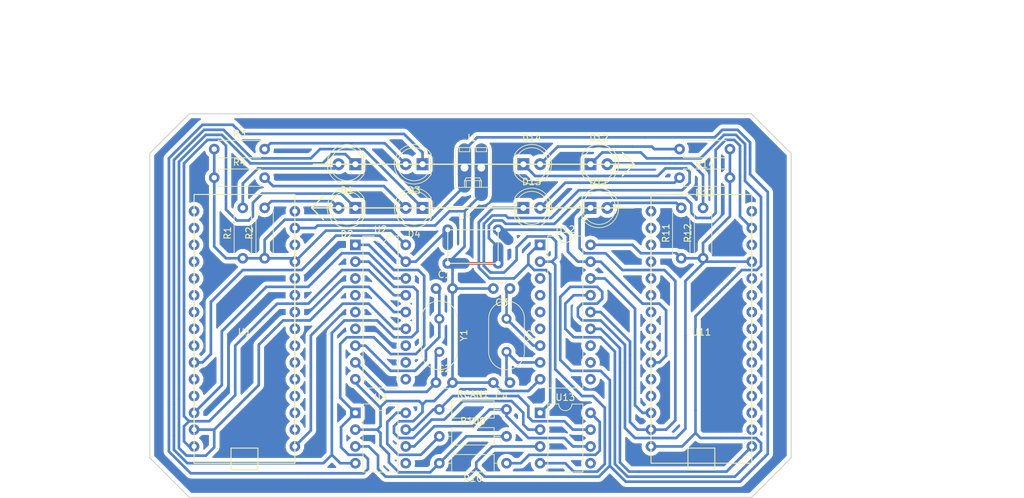
<source format=kicad_pcb>
(kicad_pcb (version 4) (host pcbnew 4.0.6)
  (layers (0 F.Cu signal) (31 B.Cu signal) (34 B.Paste user) (35 F.Paste user) (36 B.SilkS user) (37 F.SilkS user) (38 B.Mask user) (39 F.Mask user) (44 Edge.Cuts user))
  (net 0 "")
  (net 1 /GND)
  (net 2 "Net-(R10-Pad1)")
  (net 3 /CANH)
  (net 4 /CANL)
  (net 5 "Net-(U1-Pad1)")
  (net 6 "Net-(U1-Pad2)")
  (net 7 "Net-(U1-Pad3)")
  (net 8 "Net-(U1-Pad4)")
  (net 9 "Net-(U1-Pad5)")
  (net 10 "Net-(U1-Pad6)")
  (net 11 "Net-(U1-Pad7)")
  (net 12 "Net-(U1-Pad8)")
  (net 13 "Net-(U1-Pad9)")
  (net 14 /RST1)
  (net 15 "Net-(U1-Pad11)")
  (net 16 "Net-(U1-Pad12)")
  (net 17 /SS1)
  (net 18 /MOSI1)
  (net 19 /MISO1)
  (net 20 /SCK1)
  (net 21 "Net-(U1-Pad17)")
  (net 22 "Net-(U1-Pad18)")
  (net 23 "Net-(U1-Pad19)")
  (net 24 "Net-(U1-Pad20)")
  (net 25 "Net-(U1-Pad21)")
  (net 26 "Net-(U1-Pad22)")
  (net 27 "Net-(U1-Pad23)")
  (net 28 "Net-(U1-Pad24)")
  (net 29 "Net-(U1-Pad25)")
  (net 30 "Net-(U1-Pad26)")
  (net 31 /5V)
  (net 32 "Net-(U1-Pad28)")
  (net 33 "Net-(U1-Pad30)")
  (net 34 /TXCAN1)
  (net 35 "Net-(U2-Pad10)")
  (net 36 /RXCAN1)
  (net 37 "Net-(U2-Pad11)")
  (net 38 "Net-(U2-Pad3)")
  (net 39 "Net-(U2-Pad12)")
  (net 40 "Net-(U2-Pad4)")
  (net 41 "Net-(U2-Pad5)")
  (net 42 "Net-(U2-Pad6)")
  (net 43 "Net-(U3-Pad5)")
  (net 44 "Net-(U11-Pad1)")
  (net 45 "Net-(U11-Pad2)")
  (net 46 "Net-(U11-Pad3)")
  (net 47 "Net-(U11-Pad4)")
  (net 48 "Net-(U11-Pad5)")
  (net 49 "Net-(U11-Pad6)")
  (net 50 "Net-(U11-Pad7)")
  (net 51 "Net-(U11-Pad8)")
  (net 52 "Net-(U11-Pad9)")
  (net 53 "Net-(U11-Pad11)")
  (net 54 "Net-(U11-Pad12)")
  (net 55 /SS10)
  (net 56 /MOSI10)
  (net 57 /MISO10)
  (net 58 /SCK10)
  (net 59 "Net-(U11-Pad17)")
  (net 60 "Net-(U11-Pad18)")
  (net 61 "Net-(U11-Pad19)")
  (net 62 "Net-(U11-Pad20)")
  (net 63 "Net-(U11-Pad21)")
  (net 64 "Net-(U11-Pad22)")
  (net 65 "Net-(U11-Pad23)")
  (net 66 "Net-(U11-Pad24)")
  (net 67 "Net-(U11-Pad25)")
  (net 68 "Net-(U11-Pad26)")
  (net 69 "Net-(U11-Pad28)")
  (net 70 "Net-(U11-Pad30)")
  (net 71 /TXCAN10)
  (net 72 "Net-(U12-Pad10)")
  (net 73 /RXCAN10)
  (net 74 "Net-(U12-Pad11)")
  (net 75 "Net-(U12-Pad3)")
  (net 76 "Net-(U12-Pad12)")
  (net 77 "Net-(U12-Pad4)")
  (net 78 "Net-(U12-Pad5)")
  (net 79 "Net-(U12-Pad6)")
  (net 80 "Net-(U13-Pad5)")
  (net 81 "Net-(C1-Pad1)")
  (net 82 "Net-(C2-Pad1)")
  (net 83 "Net-(C3-Pad1)")
  (net 84 "Net-(C4-Pad1)")
  (net 85 "Net-(D1-Pad2)")
  (net 86 "Net-(D2-Pad2)")
  (net 87 "Net-(D3-Pad2)")
  (net 88 "Net-(D4-Pad2)")
  (net 89 "Net-(D11-Pad2)")
  (net 90 "Net-(D12-Pad2)")
  (net 91 "Net-(D13-Pad2)")
  (net 92 "Net-(D14-Pad2)")
  (net 93 "Net-(R100-Pad1)")
  (net 94 /RST10)
  (module Housings_DIP:DIP-18_W7.62mm (layer F.Cu) (at 133.096 83.82)
    (fp_text reference U2 (at 3.81 -2.33) (layer F.SilkS))
    (fp_text value MCP2515)
    (pad 1 thru_hole rect (at 0 0) (size 1.6 1.6) (drill 0.8) (layers *.Cu *.Mask) (net 34 /TXCAN1))
    (pad 10 thru_hole oval (at 7.62 20.32) (size 1.6 1.6) (drill 0.8) (layers *.Cu *.Mask) (net 35 "Net-(U2-Pad10)"))
    (pad 2 thru_hole oval (at 0 2.54) (size 1.6 1.6) (drill 0.8) (layers *.Cu *.Mask) (net 36 /RXCAN1))
    (pad 11 thru_hole oval (at 7.62 17.78) (size 1.6 1.6) (drill 0.8) (layers *.Cu *.Mask) (net 37 "Net-(U2-Pad11)"))
    (pad 3 thru_hole oval (at 0 5.08) (size 1.6 1.6) (drill 0.8) (layers *.Cu *.Mask) (net 38 "Net-(U2-Pad3)"))
    (pad 12 thru_hole oval (at 7.62 15.24) (size 1.6 1.6) (drill 0.8) (layers *.Cu *.Mask) (net 39 "Net-(U2-Pad12)"))
    (pad 4 thru_hole oval (at 0 7.62) (size 1.6 1.6) (drill 0.8) (layers *.Cu *.Mask) (net 40 "Net-(U2-Pad4)"))
    (pad 13 thru_hole oval (at 7.62 12.7) (size 1.6 1.6) (drill 0.8) (layers *.Cu *.Mask) (net 20 /SCK1))
    (pad 5 thru_hole oval (at 0 10.16) (size 1.6 1.6) (drill 0.8) (layers *.Cu *.Mask) (net 41 "Net-(U2-Pad5)"))
    (pad 14 thru_hole oval (at 7.62 10.16) (size 1.6 1.6) (drill 0.8) (layers *.Cu *.Mask) (net 18 /MOSI1))
    (pad 6 thru_hole oval (at 0 12.7) (size 1.6 1.6) (drill 0.8) (layers *.Cu *.Mask) (net 42 "Net-(U2-Pad6)"))
    (pad 15 thru_hole oval (at 7.62 7.62) (size 1.6 1.6) (drill 0.8) (layers *.Cu *.Mask) (net 19 /MISO1))
    (pad 7 thru_hole oval (at 0 15.24) (size 1.6 1.6) (drill 0.8) (layers *.Cu *.Mask) (net 81 "Net-(C1-Pad1)"))
    (pad 16 thru_hole oval (at 7.62 5.08) (size 1.6 1.6) (drill 0.8) (layers *.Cu *.Mask) (net 17 /SS1))
    (pad 8 thru_hole oval (at 0 17.78) (size 1.6 1.6) (drill 0.8) (layers *.Cu *.Mask) (net 82 "Net-(C2-Pad1)"))
    (pad 17 thru_hole oval (at 7.62 2.54) (size 1.6 1.6) (drill 0.8) (layers *.Cu *.Mask) (net 14 /RST1))
    (pad 9 thru_hole oval (at 0 20.32) (size 1.6 1.6) (drill 0.8) (layers *.Cu *.Mask) (net 1 /GND))
    (pad 18 thru_hole oval (at 7.62 0) (size 1.6 1.6) (drill 0.8) (layers *.Cu *.Mask) (net 31 /5V))
  )
  (module Resistors_ThroughHole:R_Axial_DIN0207_L6.3mm_D2.5mm_P10.16mm_Horizontal (layer F.Cu) (at 155.956 116.84 180)
    (fp_text reference R10 (at 5.08 -2.31 180) (layer F.SilkS))
    (fp_text value 15K)
    (pad 1 thru_hole circle (at 0 0 180) (size 1.6 1.6) (drill 0.8) (layers *.Cu *.Mask) (net 2 "Net-(R10-Pad1)"))
    (pad 2 thru_hole oval (at 10.16 0 180) (size 1.6 1.6) (drill 0.8) (layers *.Cu *.Mask) (net 1 /GND))
  )
  (module Resistors_ThroughHole:R_Axial_DIN0207_L6.3mm_D2.5mm_P10.16mm_Horizontal (layer F.Cu) (at 145.796 108.712)
    (fp_text reference RCAN1 (at 5.08 -2.31) (layer F.SilkS))
    (fp_text value 60R)
    (pad 1 thru_hole circle (at 0 0) (size 1.6 1.6) (drill 0.8) (layers *.Cu *.Mask) (net 3 /CANH))
    (pad 2 thru_hole oval (at 10.16 0) (size 1.6 1.6) (drill 0.8) (layers *.Cu *.Mask) (net 4 /CANL))
  )
  (module Libabar:Nano (layer F.Cu) (at 116.332 96.52)
    (fp_text reference U1 (at 0 0.5) (layer F.SilkS))
    (fp_text value Nano)
    (pad 1 thru_hole circle (at -7.62 -17.78) (size 1.6 1.6) (drill 0.762) (layers *.Cu *.Mask) (net 5 "Net-(U1-Pad1)"))
    (pad 2 thru_hole circle (at -7.62 -15.24) (size 1.6 1.6) (drill 0.762) (layers *.Cu *.Mask) (net 6 "Net-(U1-Pad2)"))
    (pad 3 thru_hole circle (at -7.62 -12.7) (size 1.6 1.6) (drill 0.762) (layers *.Cu *.Mask) (net 7 "Net-(U1-Pad3)"))
    (pad 4 thru_hole circle (at -7.62 -10.16) (size 1.6 1.6) (drill 0.762) (layers *.Cu *.Mask) (net 8 "Net-(U1-Pad4)"))
    (pad 5 thru_hole circle (at -7.62 -7.62) (size 1.6 1.6) (drill 0.762) (layers *.Cu *.Mask) (net 9 "Net-(U1-Pad5)"))
    (pad 6 thru_hole circle (at -7.62 -5.08) (size 1.6 1.6) (drill 0.762) (layers *.Cu *.Mask) (net 10 "Net-(U1-Pad6)"))
    (pad 7 thru_hole circle (at -7.62 -2.54) (size 1.6 1.6) (drill 0.762) (layers *.Cu *.Mask) (net 11 "Net-(U1-Pad7)"))
    (pad 8 thru_hole circle (at -7.62 0) (size 1.6 1.6) (drill 0.762) (layers *.Cu *.Mask) (net 12 "Net-(U1-Pad8)"))
    (pad 9 thru_hole circle (at -7.62 2.54) (size 1.6 1.6) (drill 0.762) (layers *.Cu *.Mask) (net 13 "Net-(U1-Pad9)"))
    (pad 10 thru_hole circle (at -7.62 5.08) (size 1.6 1.6) (drill 0.762) (layers *.Cu *.Mask) (net 14 /RST1))
    (pad 11 thru_hole circle (at -7.62 7.62) (size 1.6 1.6) (drill 0.762) (layers *.Cu *.Mask) (net 15 "Net-(U1-Pad11)"))
    (pad 12 thru_hole circle (at -7.62 10.16) (size 1.6 1.6) (drill 0.762) (layers *.Cu *.Mask) (net 16 "Net-(U1-Pad12)"))
    (pad 13 thru_hole circle (at -7.62 12.7) (size 1.6 1.6) (drill 0.762) (layers *.Cu *.Mask) (net 17 /SS1))
    (pad 14 thru_hole circle (at -7.62 15.24) (size 1.6 1.6) (drill 0.762) (layers *.Cu *.Mask) (net 18 /MOSI1))
    (pad 15 thru_hole circle (at -7.62 17.78) (size 1.6 1.6) (drill 0.762) (layers *.Cu *.Mask) (net 19 /MISO1))
    (pad 16 thru_hole circle (at 7.62 17.78) (size 1.6 1.6) (drill 0.762) (layers *.Cu *.Mask) (net 20 /SCK1))
    (pad 17 thru_hole circle (at 7.62 15.24) (size 1.6 1.6) (drill 0.762) (layers *.Cu *.Mask) (net 21 "Net-(U1-Pad17)"))
    (pad 18 thru_hole circle (at 7.62 12.7) (size 1.6 1.6) (drill 0.762) (layers *.Cu *.Mask) (net 22 "Net-(U1-Pad18)"))
    (pad 19 thru_hole circle (at 7.62 10.16) (size 1.6 1.6) (drill 0.762) (layers *.Cu *.Mask) (net 23 "Net-(U1-Pad19)"))
    (pad 20 thru_hole circle (at 7.62 7.62) (size 1.6 1.6) (drill 0.762) (layers *.Cu *.Mask) (net 24 "Net-(U1-Pad20)"))
    (pad 21 thru_hole circle (at 7.62 5.08) (size 1.6 1.6) (drill 0.762) (layers *.Cu *.Mask) (net 25 "Net-(U1-Pad21)"))
    (pad 22 thru_hole circle (at 7.62 2.54) (size 1.6 1.6) (drill 0.762) (layers *.Cu *.Mask) (net 26 "Net-(U1-Pad22)"))
    (pad 23 thru_hole circle (at 7.62 0) (size 1.6 1.6) (drill 0.762) (layers *.Cu *.Mask) (net 27 "Net-(U1-Pad23)"))
    (pad 24 thru_hole circle (at 7.62 -2.54) (size 1.6 1.6) (drill 0.762) (layers *.Cu *.Mask) (net 28 "Net-(U1-Pad24)"))
    (pad 25 thru_hole circle (at 7.62 -5.08) (size 1.6 1.6) (drill 0.762) (layers *.Cu *.Mask) (net 29 "Net-(U1-Pad25)"))
    (pad 26 thru_hole circle (at 7.62 -7.62) (size 1.6 1.6) (drill 0.762) (layers *.Cu *.Mask) (net 30 "Net-(U1-Pad26)"))
    (pad 27 thru_hole circle (at 7.62 -10.16) (size 1.6 1.6) (drill 0.762) (layers *.Cu *.Mask) (net 31 /5V))
    (pad 28 thru_hole circle (at 7.62 -12.7) (size 1.6 1.6) (drill 0.762) (layers *.Cu *.Mask) (net 32 "Net-(U1-Pad28)"))
    (pad 29 thru_hole circle (at 7.62 -15.24) (size 1.6 1.6) (drill 0.762) (layers *.Cu *.Mask) (net 1 /GND))
    (pad 30 thru_hole circle (at 7.62 -17.78) (size 1.6 1.6) (drill 0.762) (layers *.Cu *.Mask) (net 33 "Net-(U1-Pad30)"))
  )
  (module Housings_DIP:DIP-8_W7.62mm (layer F.Cu) (at 133.096 109.22)
    (fp_text reference U3 (at 3.81 -2.33) (layer F.SilkS))
    (fp_text value MCP2551)
    (pad 1 thru_hole rect (at 0 0) (size 1.6 1.6) (drill 0.8) (layers *.Cu *.Mask) (net 34 /TXCAN1))
    (pad 5 thru_hole oval (at 7.62 7.62) (size 1.6 1.6) (drill 0.8) (layers *.Cu *.Mask) (net 43 "Net-(U3-Pad5)"))
    (pad 2 thru_hole oval (at 0 2.54) (size 1.6 1.6) (drill 0.8) (layers *.Cu *.Mask) (net 1 /GND))
    (pad 6 thru_hole oval (at 7.62 5.08) (size 1.6 1.6) (drill 0.8) (layers *.Cu *.Mask) (net 4 /CANL))
    (pad 3 thru_hole oval (at 0 5.08) (size 1.6 1.6) (drill 0.8) (layers *.Cu *.Mask) (net 31 /5V))
    (pad 7 thru_hole oval (at 7.62 2.54) (size 1.6 1.6) (drill 0.8) (layers *.Cu *.Mask) (net 3 /CANH))
    (pad 4 thru_hole oval (at 0 7.62) (size 1.6 1.6) (drill 0.8) (layers *.Cu *.Mask) (net 36 /RXCAN1))
    (pad 8 thru_hole oval (at 7.62 0) (size 1.6 1.6) (drill 0.8) (layers *.Cu *.Mask) (net 93 "Net-(R100-Pad1)"))
  )
  (module Libabar:Nano (layer F.Cu) (at 185.42 96.52)
    (fp_text reference U11 (at 0 0.5) (layer F.SilkS))
    (fp_text value Nano)
    (pad 1 thru_hole circle (at -7.62 -17.78) (size 1.6 1.6) (drill 0.762) (layers *.Cu *.Mask) (net 44 "Net-(U11-Pad1)"))
    (pad 2 thru_hole circle (at -7.62 -15.24) (size 1.6 1.6) (drill 0.762) (layers *.Cu *.Mask) (net 45 "Net-(U11-Pad2)"))
    (pad 3 thru_hole circle (at -7.62 -12.7) (size 1.6 1.6) (drill 0.762) (layers *.Cu *.Mask) (net 46 "Net-(U11-Pad3)"))
    (pad 4 thru_hole circle (at -7.62 -10.16) (size 1.6 1.6) (drill 0.762) (layers *.Cu *.Mask) (net 47 "Net-(U11-Pad4)"))
    (pad 5 thru_hole circle (at -7.62 -7.62) (size 1.6 1.6) (drill 0.762) (layers *.Cu *.Mask) (net 48 "Net-(U11-Pad5)"))
    (pad 6 thru_hole circle (at -7.62 -5.08) (size 1.6 1.6) (drill 0.762) (layers *.Cu *.Mask) (net 49 "Net-(U11-Pad6)"))
    (pad 7 thru_hole circle (at -7.62 -2.54) (size 1.6 1.6) (drill 0.762) (layers *.Cu *.Mask) (net 50 "Net-(U11-Pad7)"))
    (pad 8 thru_hole circle (at -7.62 0) (size 1.6 1.6) (drill 0.762) (layers *.Cu *.Mask) (net 51 "Net-(U11-Pad8)"))
    (pad 9 thru_hole circle (at -7.62 2.54) (size 1.6 1.6) (drill 0.762) (layers *.Cu *.Mask) (net 52 "Net-(U11-Pad9)"))
    (pad 10 thru_hole circle (at -7.62 5.08) (size 1.6 1.6) (drill 0.762) (layers *.Cu *.Mask) (net 94 /RST10))
    (pad 11 thru_hole circle (at -7.62 7.62) (size 1.6 1.6) (drill 0.762) (layers *.Cu *.Mask) (net 53 "Net-(U11-Pad11)"))
    (pad 12 thru_hole circle (at -7.62 10.16) (size 1.6 1.6) (drill 0.762) (layers *.Cu *.Mask) (net 54 "Net-(U11-Pad12)"))
    (pad 13 thru_hole circle (at -7.62 12.7) (size 1.6 1.6) (drill 0.762) (layers *.Cu *.Mask) (net 55 /SS10))
    (pad 14 thru_hole circle (at -7.62 15.24) (size 1.6 1.6) (drill 0.762) (layers *.Cu *.Mask) (net 56 /MOSI10))
    (pad 15 thru_hole circle (at -7.62 17.78) (size 1.6 1.6) (drill 0.762) (layers *.Cu *.Mask) (net 57 /MISO10))
    (pad 16 thru_hole circle (at 7.62 17.78) (size 1.6 1.6) (drill 0.762) (layers *.Cu *.Mask) (net 58 /SCK10))
    (pad 17 thru_hole circle (at 7.62 15.24) (size 1.6 1.6) (drill 0.762) (layers *.Cu *.Mask) (net 59 "Net-(U11-Pad17)"))
    (pad 18 thru_hole circle (at 7.62 12.7) (size 1.6 1.6) (drill 0.762) (layers *.Cu *.Mask) (net 60 "Net-(U11-Pad18)"))
    (pad 19 thru_hole circle (at 7.62 10.16) (size 1.6 1.6) (drill 0.762) (layers *.Cu *.Mask) (net 61 "Net-(U11-Pad19)"))
    (pad 20 thru_hole circle (at 7.62 7.62) (size 1.6 1.6) (drill 0.762) (layers *.Cu *.Mask) (net 62 "Net-(U11-Pad20)"))
    (pad 21 thru_hole circle (at 7.62 5.08) (size 1.6 1.6) (drill 0.762) (layers *.Cu *.Mask) (net 63 "Net-(U11-Pad21)"))
    (pad 22 thru_hole circle (at 7.62 2.54) (size 1.6 1.6) (drill 0.762) (layers *.Cu *.Mask) (net 64 "Net-(U11-Pad22)"))
    (pad 23 thru_hole circle (at 7.62 0) (size 1.6 1.6) (drill 0.762) (layers *.Cu *.Mask) (net 65 "Net-(U11-Pad23)"))
    (pad 24 thru_hole circle (at 7.62 -2.54) (size 1.6 1.6) (drill 0.762) (layers *.Cu *.Mask) (net 66 "Net-(U11-Pad24)"))
    (pad 25 thru_hole circle (at 7.62 -5.08) (size 1.6 1.6) (drill 0.762) (layers *.Cu *.Mask) (net 67 "Net-(U11-Pad25)"))
    (pad 26 thru_hole circle (at 7.62 -7.62) (size 1.6 1.6) (drill 0.762) (layers *.Cu *.Mask) (net 68 "Net-(U11-Pad26)"))
    (pad 27 thru_hole circle (at 7.62 -10.16) (size 1.6 1.6) (drill 0.762) (layers *.Cu *.Mask) (net 31 /5V))
    (pad 28 thru_hole circle (at 7.62 -12.7) (size 1.6 1.6) (drill 0.762) (layers *.Cu *.Mask) (net 69 "Net-(U11-Pad28)"))
    (pad 29 thru_hole circle (at 7.62 -15.24) (size 1.6 1.6) (drill 0.762) (layers *.Cu *.Mask) (net 1 /GND))
    (pad 30 thru_hole circle (at 7.62 -17.78) (size 1.6 1.6) (drill 0.762) (layers *.Cu *.Mask) (net 70 "Net-(U11-Pad30)"))
  )
  (module Housings_DIP:DIP-18_W7.62mm (layer F.Cu) (at 161.036 83.82)
    (fp_text reference U12 (at 3.81 -2.33) (layer F.SilkS))
    (fp_text value MCP2515)
    (pad 1 thru_hole rect (at 0 0) (size 1.6 1.6) (drill 0.8) (layers *.Cu *.Mask) (net 71 /TXCAN10))
    (pad 10 thru_hole oval (at 7.62 20.32) (size 1.6 1.6) (drill 0.8) (layers *.Cu *.Mask) (net 72 "Net-(U12-Pad10)"))
    (pad 2 thru_hole oval (at 0 2.54) (size 1.6 1.6) (drill 0.8) (layers *.Cu *.Mask) (net 73 /RXCAN10))
    (pad 11 thru_hole oval (at 7.62 17.78) (size 1.6 1.6) (drill 0.8) (layers *.Cu *.Mask) (net 74 "Net-(U12-Pad11)"))
    (pad 3 thru_hole oval (at 0 5.08) (size 1.6 1.6) (drill 0.8) (layers *.Cu *.Mask) (net 75 "Net-(U12-Pad3)"))
    (pad 12 thru_hole oval (at 7.62 15.24) (size 1.6 1.6) (drill 0.8) (layers *.Cu *.Mask) (net 76 "Net-(U12-Pad12)"))
    (pad 4 thru_hole oval (at 0 7.62) (size 1.6 1.6) (drill 0.8) (layers *.Cu *.Mask) (net 77 "Net-(U12-Pad4)"))
    (pad 13 thru_hole oval (at 7.62 12.7) (size 1.6 1.6) (drill 0.8) (layers *.Cu *.Mask) (net 58 /SCK10))
    (pad 5 thru_hole oval (at 0 10.16) (size 1.6 1.6) (drill 0.8) (layers *.Cu *.Mask) (net 78 "Net-(U12-Pad5)"))
    (pad 14 thru_hole oval (at 7.62 10.16) (size 1.6 1.6) (drill 0.8) (layers *.Cu *.Mask) (net 56 /MOSI10))
    (pad 6 thru_hole oval (at 0 12.7) (size 1.6 1.6) (drill 0.8) (layers *.Cu *.Mask) (net 79 "Net-(U12-Pad6)"))
    (pad 15 thru_hole oval (at 7.62 7.62) (size 1.6 1.6) (drill 0.8) (layers *.Cu *.Mask) (net 57 /MISO10))
    (pad 7 thru_hole oval (at 0 15.24) (size 1.6 1.6) (drill 0.8) (layers *.Cu *.Mask) (net 83 "Net-(C3-Pad1)"))
    (pad 16 thru_hole oval (at 7.62 5.08) (size 1.6 1.6) (drill 0.8) (layers *.Cu *.Mask) (net 55 /SS10))
    (pad 8 thru_hole oval (at 0 17.78) (size 1.6 1.6) (drill 0.8) (layers *.Cu *.Mask) (net 84 "Net-(C4-Pad1)"))
    (pad 17 thru_hole oval (at 7.62 2.54) (size 1.6 1.6) (drill 0.8) (layers *.Cu *.Mask) (net 94 /RST10))
    (pad 9 thru_hole oval (at 0 20.32) (size 1.6 1.6) (drill 0.8) (layers *.Cu *.Mask) (net 1 /GND))
    (pad 18 thru_hole oval (at 7.62 0) (size 1.6 1.6) (drill 0.8) (layers *.Cu *.Mask) (net 31 /5V))
  )
  (module Housings_DIP:DIP-8_W7.62mm (layer F.Cu) (at 161.036 109.22)
    (fp_text reference U13 (at 3.81 -2.33) (layer F.SilkS))
    (fp_text value MCP2551)
    (pad 1 thru_hole rect (at 0 0) (size 1.6 1.6) (drill 0.8) (layers *.Cu *.Mask) (net 71 /TXCAN10))
    (pad 5 thru_hole oval (at 7.62 7.62) (size 1.6 1.6) (drill 0.8) (layers *.Cu *.Mask) (net 80 "Net-(U13-Pad5)"))
    (pad 2 thru_hole oval (at 0 2.54) (size 1.6 1.6) (drill 0.8) (layers *.Cu *.Mask) (net 1 /GND))
    (pad 6 thru_hole oval (at 7.62 5.08) (size 1.6 1.6) (drill 0.8) (layers *.Cu *.Mask) (net 4 /CANL))
    (pad 3 thru_hole oval (at 0 5.08) (size 1.6 1.6) (drill 0.8) (layers *.Cu *.Mask) (net 31 /5V))
    (pad 7 thru_hole oval (at 7.62 2.54) (size 1.6 1.6) (drill 0.8) (layers *.Cu *.Mask) (net 3 /CANH))
    (pad 4 thru_hole oval (at 0 7.62) (size 1.6 1.6) (drill 0.8) (layers *.Cu *.Mask) (net 73 /RXCAN10))
    (pad 8 thru_hole oval (at 7.62 0) (size 1.6 1.6) (drill 0.8) (layers *.Cu *.Mask) (net 2 "Net-(R10-Pad1)"))
  )
  (module LEDs:LED_D5.0mm (layer F.Cu) (at 133.096 71.628 180)
    (fp_text reference D1 (at 1.27 -3.96 180) (layer F.SilkS))
    (fp_text value LED)
    (pad 1 thru_hole rect (at 0 0 180) (size 1.8 1.8) (drill 0.9) (layers *.Cu *.Mask) (net 18 /MOSI1))
    (pad 2 thru_hole circle (at 2.54 0 180) (size 1.8 1.8) (drill 0.9) (layers *.Cu *.Mask) (net 85 "Net-(D1-Pad2)"))
  )
  (module LEDs:LED_D5.0mm (layer F.Cu) (at 133.096 78.232 180)
    (fp_text reference D2 (at 1.27 -3.96 180) (layer F.SilkS))
    (fp_text value LED)
    (pad 1 thru_hole rect (at 0 0 180) (size 1.8 1.8) (drill 0.9) (layers *.Cu *.Mask) (net 19 /MISO1))
    (pad 2 thru_hole circle (at 2.54 0 180) (size 1.8 1.8) (drill 0.9) (layers *.Cu *.Mask) (net 86 "Net-(D2-Pad2)"))
  )
  (module LEDs:LED_D5.0mm (layer F.Cu) (at 143.256 71.628 180)
    (fp_text reference D3 (at 1.27 -3.96 180) (layer F.SilkS))
    (fp_text value LED)
    (pad 1 thru_hole rect (at 0 0 180) (size 1.8 1.8) (drill 0.9) (layers *.Cu *.Mask) (net 34 /TXCAN1))
    (pad 2 thru_hole circle (at 2.54 0 180) (size 1.8 1.8) (drill 0.9) (layers *.Cu *.Mask) (net 87 "Net-(D3-Pad2)"))
  )
  (module LEDs:LED_D5.0mm (layer F.Cu) (at 143.256 78.232 180)
    (fp_text reference D4 (at 1.27 -3.96 180) (layer F.SilkS))
    (fp_text value LED)
    (pad 1 thru_hole rect (at 0 0 180) (size 1.8 1.8) (drill 0.9) (layers *.Cu *.Mask) (net 36 /RXCAN1))
    (pad 2 thru_hole circle (at 2.54 0 180) (size 1.8 1.8) (drill 0.9) (layers *.Cu *.Mask) (net 88 "Net-(D4-Pad2)"))
  )
  (module LEDs:LED_D5.0mm (layer F.Cu) (at 168.656 78.232)
    (fp_text reference D11 (at 1.27 -3.96) (layer F.SilkS))
    (fp_text value LED)
    (pad 1 thru_hole rect (at 0 0) (size 1.8 1.8) (drill 0.9) (layers *.Cu *.Mask) (net 56 /MOSI10))
    (pad 2 thru_hole circle (at 2.54 0) (size 1.8 1.8) (drill 0.9) (layers *.Cu *.Mask) (net 89 "Net-(D11-Pad2)"))
  )
  (module LEDs:LED_D5.0mm (layer F.Cu) (at 168.656 71.628)
    (fp_text reference D12 (at 1.27 -3.96) (layer F.SilkS))
    (fp_text value LED)
    (pad 1 thru_hole rect (at 0 0) (size 1.8 1.8) (drill 0.9) (layers *.Cu *.Mask) (net 57 /MISO10))
    (pad 2 thru_hole circle (at 2.54 0) (size 1.8 1.8) (drill 0.9) (layers *.Cu *.Mask) (net 90 "Net-(D12-Pad2)"))
  )
  (module LEDs:LED_D5.0mm (layer F.Cu) (at 158.496 78.232)
    (fp_text reference D13 (at 1.27 -3.96) (layer F.SilkS))
    (fp_text value LED)
    (pad 1 thru_hole rect (at 0 0) (size 1.8 1.8) (drill 0.9) (layers *.Cu *.Mask) (net 71 /TXCAN10))
    (pad 2 thru_hole circle (at 2.54 0) (size 1.8 1.8) (drill 0.9) (layers *.Cu *.Mask) (net 91 "Net-(D13-Pad2)"))
  )
  (module LEDs:LED_D5.0mm (layer F.Cu) (at 158.496 71.628)
    (fp_text reference D14 (at 1.27 -3.96) (layer F.SilkS))
    (fp_text value LED)
    (pad 1 thru_hole rect (at 0 0) (size 1.8 1.8) (drill 0.9) (layers *.Cu *.Mask) (net 73 /RXCAN10))
    (pad 2 thru_hole circle (at 2.54 0) (size 1.8 1.8) (drill 0.9) (layers *.Cu *.Mask) (net 92 "Net-(D14-Pad2)"))
  )
  (module Connectors_Molex:Molex_KK-6410-02_02x2.54mm_Straight (layer F.Cu) (at 149.606 72.136)
    (fp_text reference J1 (at 1 -4.5) (layer F.SilkS))
    (fp_text value CONN_01X02)
    (pad 1 thru_hole rect (at 0 0) (size 2 2.6) (drill 1.2) (layers *.Cu *.Mask) (net 31 /5V))
    (pad 2 thru_hole oval (at 2.54 0) (size 2 2.6) (drill 1.2) (layers *.Cu *.Mask) (net 1 /GND))
  )
  (module Crystals:Resonator-2pin_w10.0mm_h5.0mm (layer F.Cu) (at 145.796 94.996 270)
    (fp_text reference Y1 (at 2.5 -3.7 270) (layer F.SilkS))
    (fp_text value Crystal)
    (pad 1 thru_hole circle (at 0 0 270) (size 1.5 1.5) (drill 0.8) (layers *.Cu *.Mask) (net 81 "Net-(C1-Pad1)"))
    (pad 2 thru_hole circle (at 5 0 270) (size 1.5 1.5) (drill 0.8) (layers *.Cu *.Mask) (net 82 "Net-(C2-Pad1)"))
  )
  (module Crystals:Resonator-2pin_w10.0mm_h5.0mm (layer F.Cu) (at 155.956 94.996 270)
    (fp_text reference Y2 (at 2.5 -3.7 270) (layer F.SilkS))
    (fp_text value Crystal)
    (pad 1 thru_hole circle (at 0 0 270) (size 1.5 1.5) (drill 0.8) (layers *.Cu *.Mask) (net 83 "Net-(C3-Pad1)"))
    (pad 2 thru_hole circle (at 5 0 270) (size 1.5 1.5) (drill 0.8) (layers *.Cu *.Mask) (net 84 "Net-(C4-Pad1)"))
  )
  (module Capacitors_ThroughHole:C_Disc_D3.0mm_W1.6mm_P2.50mm (layer F.Cu) (at 145.288 90.424)
    (fp_text reference C1 (at 1.25 -2.11) (layer F.SilkS))
    (fp_text value C_Small)
    (pad 1 thru_hole circle (at 0 0) (size 1.6 1.6) (drill 0.8) (layers *.Cu *.Mask) (net 81 "Net-(C1-Pad1)"))
    (pad 2 thru_hole circle (at 2.5 0) (size 1.6 1.6) (drill 0.8) (layers *.Cu *.Mask) (net 1 /GND))
  )
  (module Capacitors_ThroughHole:C_Disc_D3.0mm_W1.6mm_P2.50mm (layer F.Cu) (at 145.288 104.648)
    (fp_text reference C2 (at 1.25 -2.11) (layer F.SilkS))
    (fp_text value C_Small)
    (pad 1 thru_hole circle (at 0 0) (size 1.6 1.6) (drill 0.8) (layers *.Cu *.Mask) (net 82 "Net-(C2-Pad1)"))
    (pad 2 thru_hole circle (at 2.5 0) (size 1.6 1.6) (drill 0.8) (layers *.Cu *.Mask) (net 1 /GND))
  )
  (module Capacitors_ThroughHole:C_Disc_D3.0mm_W1.6mm_P2.50mm (layer F.Cu) (at 156.464 90.424 180)
    (fp_text reference C3 (at 1.25 -2.11 180) (layer F.SilkS))
    (fp_text value C_Small)
    (pad 1 thru_hole circle (at 0 0 180) (size 1.6 1.6) (drill 0.8) (layers *.Cu *.Mask) (net 83 "Net-(C3-Pad1)"))
    (pad 2 thru_hole circle (at 2.5 0 180) (size 1.6 1.6) (drill 0.8) (layers *.Cu *.Mask) (net 1 /GND))
  )
  (module Capacitors_ThroughHole:C_Disc_D3.0mm_W1.6mm_P2.50mm (layer F.Cu) (at 156.464 104.648 180)
    (fp_text reference C4 (at 1.25 -2.11 180) (layer F.SilkS))
    (fp_text value C_Small)
    (pad 1 thru_hole circle (at 0 0 180) (size 1.6 1.6) (drill 0.8) (layers *.Cu *.Mask) (net 84 "Net-(C4-Pad1)"))
    (pad 2 thru_hole circle (at 2.5 0 180) (size 1.6 1.6) (drill 0.8) (layers *.Cu *.Mask) (net 1 /GND))
  )
  (module Libabar:PushButton (layer F.Cu) (at 149.606 78.994)
    (fp_text reference U4 (at 0 0.5) (layer F.SilkS))
    (fp_text value PushButton)
    (pad 1 thru_hole circle (at 5.08 2.54) (size 1.6 1.6) (drill 0.762) (layers *.Cu *.Mask) (net 94 /RST10))
    (pad 2 thru_hole circle (at -2.54 2.54) (size 1.6 1.6) (drill 0.762) (layers *.Cu *.Mask) (net 14 /RST1))
    (pad 3 thru_hole circle (at -2.54 7.62) (size 1.6 1.6) (drill 0.762) (layers *.Cu *.Mask) (net 1 /GND))
    (pad 4 thru_hole circle (at 5.08 7.62) (size 1.6 1.6) (drill 0.762) (layers *.Cu *.Mask) (net 1 /GND))
  )
  (module Resistors_ThroughHole:R_Axial_DIN0207_L6.3mm_D2.5mm_P7.62mm_Horizontal (layer F.Cu) (at 116.078 85.852 90)
    (fp_text reference R1 (at 3.81 -2.31 90) (layer F.SilkS))
    (fp_text value 330R)
    (pad 1 thru_hole circle (at 0 0 90) (size 1.6 1.6) (drill 0.8) (layers *.Cu *.Mask) (net 31 /5V))
    (pad 2 thru_hole oval (at 7.62 0 90) (size 1.6 1.6) (drill 0.8) (layers *.Cu *.Mask) (net 85 "Net-(D1-Pad2)"))
  )
  (module Resistors_ThroughHole:R_Axial_DIN0207_L6.3mm_D2.5mm_P7.62mm_Horizontal (layer F.Cu) (at 119.38 85.852 90)
    (fp_text reference R2 (at 3.81 -2.31 90) (layer F.SilkS))
    (fp_text value 330R)
    (pad 1 thru_hole circle (at 0 0 90) (size 1.6 1.6) (drill 0.8) (layers *.Cu *.Mask) (net 31 /5V))
    (pad 2 thru_hole oval (at 7.62 0 90) (size 1.6 1.6) (drill 0.8) (layers *.Cu *.Mask) (net 86 "Net-(D2-Pad2)"))
  )
  (module Resistors_ThroughHole:R_Axial_DIN0207_L6.3mm_D2.5mm_P7.62mm_Horizontal (layer F.Cu) (at 111.76 69.342)
    (fp_text reference R3 (at 3.81 -2.31) (layer F.SilkS))
    (fp_text value 330R)
    (pad 1 thru_hole circle (at 0 0) (size 1.6 1.6) (drill 0.8) (layers *.Cu *.Mask) (net 31 /5V))
    (pad 2 thru_hole oval (at 7.62 0) (size 1.6 1.6) (drill 0.8) (layers *.Cu *.Mask) (net 87 "Net-(D3-Pad2)"))
  )
  (module Resistors_ThroughHole:R_Axial_DIN0207_L6.3mm_D2.5mm_P7.62mm_Horizontal (layer F.Cu) (at 111.76 73.66)
    (fp_text reference R4 (at 3.81 -2.31) (layer F.SilkS))
    (fp_text value 330R)
    (pad 1 thru_hole circle (at 0 0) (size 1.6 1.6) (drill 0.8) (layers *.Cu *.Mask) (net 31 /5V))
    (pad 2 thru_hole oval (at 7.62 0) (size 1.6 1.6) (drill 0.8) (layers *.Cu *.Mask) (net 88 "Net-(D4-Pad2)"))
  )
  (module Resistors_ThroughHole:R_Axial_DIN0207_L6.3mm_D2.5mm_P7.62mm_Horizontal (layer F.Cu) (at 182.372 85.852 90)
    (fp_text reference R11 (at 3.81 -2.31 90) (layer F.SilkS))
    (fp_text value 330R)
    (pad 1 thru_hole circle (at 0 0 90) (size 1.6 1.6) (drill 0.8) (layers *.Cu *.Mask) (net 31 /5V))
    (pad 2 thru_hole oval (at 7.62 0 90) (size 1.6 1.6) (drill 0.8) (layers *.Cu *.Mask) (net 89 "Net-(D11-Pad2)"))
  )
  (module Resistors_ThroughHole:R_Axial_DIN0207_L6.3mm_D2.5mm_P7.62mm_Horizontal (layer F.Cu) (at 185.674 85.852 90)
    (fp_text reference R12 (at 3.81 -2.31 90) (layer F.SilkS))
    (fp_text value 330R)
    (pad 1 thru_hole circle (at 0 0 90) (size 1.6 1.6) (drill 0.8) (layers *.Cu *.Mask) (net 31 /5V))
    (pad 2 thru_hole oval (at 7.62 0 90) (size 1.6 1.6) (drill 0.8) (layers *.Cu *.Mask) (net 90 "Net-(D12-Pad2)"))
  )
  (module Resistors_ThroughHole:R_Axial_DIN0207_L6.3mm_D2.5mm_P7.62mm_Horizontal (layer F.Cu) (at 189.738 73.66 180)
    (fp_text reference R13 (at 3.81 -2.31 180) (layer F.SilkS))
    (fp_text value 330R)
    (pad 1 thru_hole circle (at 0 0 180) (size 1.6 1.6) (drill 0.8) (layers *.Cu *.Mask) (net 31 /5V))
    (pad 2 thru_hole oval (at 7.62 0 180) (size 1.6 1.6) (drill 0.8) (layers *.Cu *.Mask) (net 91 "Net-(D13-Pad2)"))
  )
  (module Resistors_ThroughHole:R_Axial_DIN0207_L6.3mm_D2.5mm_P7.62mm_Horizontal (layer F.Cu) (at 189.738 69.342 180)
    (fp_text reference R14 (at 3.81 -2.31 180) (layer F.SilkS))
    (fp_text value 330R)
    (pad 1 thru_hole circle (at 0 0 180) (size 1.6 1.6) (drill 0.8) (layers *.Cu *.Mask) (net 31 /5V))
    (pad 2 thru_hole oval (at 7.62 0 180) (size 1.6 1.6) (drill 0.8) (layers *.Cu *.Mask) (net 92 "Net-(D14-Pad2)"))
  )
  (module Resistors_ThroughHole:R_Axial_DIN0207_L6.3mm_D2.5mm_P10.16mm_Horizontal (layer F.Cu) (at 145.796 112.776)
    (fp_text reference R100 (at 5.08 -2.31) (layer F.SilkS))
    (fp_text value 15K)
    (pad 1 thru_hole circle (at 0 0) (size 1.6 1.6) (drill 0.8) (layers *.Cu *.Mask) (net 93 "Net-(R100-Pad1)"))
    (pad 2 thru_hole oval (at 10.16 0) (size 1.6 1.6) (drill 0.8) (layers *.Cu *.Mask) (net 1 /GND))
  )
  (gr_line (start 193 122) (end 108 122) (angle 90) (layer Edge.Cuts) (width 0.15))
  (gr_line (start 199 116) (end 193 122) (angle 90) (layer Edge.Cuts) (width 0.15))
  (gr_line (start 193 64) (end 108 64) (angle 90) (layer Edge.Cuts) (width 0.15))
  (gr_line (start 199 70) (end 193 64) (angle 90) (layer Edge.Cuts) (width 0.15))
  (gr_line (start 199 116) (end 199 70) (angle 90) (layer Edge.Cuts) (width 0.15))
  (gr_line (start 102 116) (end 102 70) (angle 90) (layer Edge.Cuts) (width 0.15))
  (gr_line (start 108 122) (end 102 116) (angle 90) (layer Edge.Cuts) (width 0.15))
  (gr_line (start 102 70) (end 108 64) (angle 90) (layer Edge.Cuts) (width 0.15))
  (gr_line (start 108.712 111.76) (end 108.712 81.28) (angle 90) (layer F.SilkS) (width 0.2))
  (gr_line (start 123.952 81.28) (end 123.952 111.76) (angle 90) (layer F.SilkS) (width 0.2))
  (gr_line (start 193.04 111.76) (end 193.04 81.28) (angle 90) (layer F.SilkS) (width 0.2))
  (gr_line (start 177.8 81.28) (end 177.8 111.76) (angle 90) (layer F.SilkS) (width 0.2))
  (gr_line (start 126.492 78.232) (end 128.27 80.01) (angle 90) (layer F.SilkS) (width 0.2))
  (gr_line (start 126.492 78.232) (end 128.27 76.454) (angle 90) (layer F.SilkS) (width 0.2))
  (gr_line (start 175.26 78.232) (end 126.492 78.232) (angle 90) (layer F.SilkS) (width 0.2))
  (gr_line (start 175.26 71.628) (end 173.482 69.85) (angle 90) (layer F.SilkS) (width 0.2))
  (gr_line (start 175.26 71.628) (end 173.482 73.406) (angle 90) (layer F.SilkS) (width 0.2))
  (gr_line (start 126.746 71.628) (end 175.26 71.628) (angle 90) (layer F.SilkS) (width 0.2))
  (segment (start 147.066 86.614) (end 149.606 86.614) (width 1.6) (layer B.Cu) (net 1))
  (segment (start 152.146 72.136) (end 152.146 69.469) (width 2) (layer B.Cu) (net 1))
  (segment (start 147.066 86.614) (end 154.686 86.614) (width 0.4) (layer F.Cu) (net 1))
  (segment (start 147.066 86.614) (end 147.788 87.336) (width 0.4) (layer B.Cu) (net 1))
  (segment (start 147.788 87.336) (end 147.788 90.424) (width 0.4) (layer B.Cu) (net 1))
  (segment (start 123.952 81.28) (end 127 81.28) (width 0.4) (layer B.Cu) (net 1))
  (segment (start 127.381 80.899) (end 127 81.28) (width 0.4) (layer B.Cu) (net 1))
  (segment (start 146.05 80.01) (end 145.161 80.899) (width 0.4) (layer B.Cu) (net 1))
  (segment (start 148.463 78.74) (end 147.32 78.74) (width 0.4) (layer B.Cu) (net 1))
  (segment (start 147.32 78.74) (end 146.05 80.01) (width 0.4) (layer B.Cu) (net 1))
  (segment (start 148.463 78.74) (end 149.606 78.74) (width 0.4) (layer B.Cu) (net 1))
  (segment (start 145.161 80.899) (end 134.366 80.899) (width 0.4) (layer B.Cu) (net 1))
  (segment (start 134.366 80.899) (end 127.381 80.899) (width 0.4) (layer B.Cu) (net 1))
  (segment (start 149.606 78.74) (end 152.146 76.2) (width 0.4) (layer B.Cu) (net 1))
  (segment (start 152.146 76.2) (end 152.146 72.136) (width 2) (layer B.Cu) (net 1))
  (segment (start 147.066 86.614) (end 149.606 84.074) (width 0.4) (layer B.Cu) (net 1))
  (segment (start 149.606 84.074) (end 149.606 78.74) (width 0.4) (layer B.Cu) (net 1))
  (segment (start 153.964 104.648) (end 155.234 105.918) (width 0.4) (layer B.Cu) (net 1))
  (segment (start 159.258 105.918) (end 161.036 104.14) (width 0.4) (layer B.Cu) (net 1))
  (segment (start 155.234 105.918) (end 159.258 105.918) (width 0.4) (layer B.Cu) (net 1))
  (segment (start 163.322 80.518) (end 163.195 80.645) (width 0.4) (layer B.Cu) (net 1))
  (segment (start 163.195 80.645) (end 155.829 80.645) (width 0.4) (layer B.Cu) (net 1))
  (segment (start 155.829 80.645) (end 155.321 80.137) (width 0.4) (layer B.Cu) (net 1))
  (segment (start 153.289 82.804) (end 153.289 80.899) (width 0.4) (layer B.Cu) (net 1))
  (segment (start 153.289 80.899) (end 154.051 80.137) (width 0.4) (layer B.Cu) (net 1))
  (segment (start 154.051 80.137) (end 155.321 80.137) (width 0.4) (layer B.Cu) (net 1))
  (segment (start 154.686 84.201) (end 154.686 86.614) (width 1.6) (layer B.Cu) (net 1))
  (segment (start 154.686 84.201) (end 153.67 83.185) (width 0.4) (layer B.Cu) (net 1))
  (segment (start 153.67 83.185) (end 153.289 82.804) (width 0.4) (layer B.Cu) (net 1))
  (segment (start 193.04 81.28) (end 191.262 79.502) (width 0.4) (layer B.Cu) (net 1))
  (segment (start 191.262 69.723) (end 191.262 73.406) (width 0.4) (layer B.Cu) (net 1))
  (segment (start 189.103 67.945) (end 190.373 67.945) (width 0.4) (layer B.Cu) (net 1))
  (segment (start 190.373 67.945) (end 191.262 68.834) (width 0.4) (layer B.Cu) (net 1))
  (segment (start 191.262 68.834) (end 191.262 69.723) (width 0.4) (layer B.Cu) (net 1))
  (segment (start 187.579 78.994) (end 187.579 69.469) (width 0.4) (layer B.Cu) (net 1))
  (segment (start 183.896 78.994) (end 184.658 79.756) (width 0.4) (layer B.Cu) (net 1))
  (segment (start 184.658 79.756) (end 186.817 79.756) (width 0.4) (layer B.Cu) (net 1))
  (segment (start 186.817 79.756) (end 187.579 78.994) (width 0.4) (layer B.Cu) (net 1))
  (segment (start 178.562 76.708) (end 167.132 76.708) (width 0.4) (layer B.Cu) (net 1))
  (segment (start 183.896 77.597) (end 183.007 76.708) (width 0.4) (layer B.Cu) (net 1))
  (segment (start 183.007 76.708) (end 178.562 76.708) (width 0.4) (layer B.Cu) (net 1))
  (segment (start 183.896 78.74) (end 183.896 77.597) (width 0.4) (layer B.Cu) (net 1))
  (segment (start 167.132 76.708) (end 165.354 78.486) (width 0.4) (layer B.Cu) (net 1))
  (segment (start 183.896 78.74) (end 183.896 78.994) (width 0.4) (layer B.Cu) (net 1))
  (segment (start 187.579 69.469) (end 187.96 69.088) (width 0.4) (layer B.Cu) (net 1))
  (segment (start 187.96 69.088) (end 189.103 67.945) (width 0.4) (layer B.Cu) (net 1))
  (segment (start 191.262 73.406) (end 191.262 79.502) (width 0.4) (layer B.Cu) (net 1))
  (segment (start 165.354 78.486) (end 163.322 80.518) (width 0.4) (layer B.Cu) (net 1))
  (segment (start 145.796 116.84) (end 149.86 112.776) (width 0.4) (layer B.Cu) (net 1))
  (segment (start 149.86 112.776) (end 155.956 112.776) (width 0.4) (layer B.Cu) (net 1))
  (segment (start 146.812 109.982) (end 149.352 107.442) (width 0.4) (layer B.Cu) (net 1))
  (segment (start 143.256 109.093) (end 141.859 110.49) (width 0.4) (layer B.Cu) (net 1))
  (segment (start 141.859 110.49) (end 139.7 110.49) (width 0.4) (layer B.Cu) (net 1))
  (segment (start 139.7 110.49) (end 138.938 111.252) (width 0.4) (layer B.Cu) (net 1))
  (segment (start 138.938 111.252) (end 138.938 112.268) (width 0.4) (layer B.Cu) (net 1))
  (segment (start 138.938 112.268) (end 139.7 113.03) (width 0.4) (layer B.Cu) (net 1))
  (segment (start 139.7 113.03) (end 141.859 113.03) (width 0.4) (layer B.Cu) (net 1))
  (segment (start 141.859 113.03) (end 144.653 110.236) (width 0.4) (layer B.Cu) (net 1))
  (segment (start 144.653 110.236) (end 146.558 110.236) (width 0.4) (layer B.Cu) (net 1))
  (segment (start 146.558 110.236) (end 146.812 109.982) (width 0.4) (layer B.Cu) (net 1))
  (segment (start 143.256 107.95) (end 143.256 109.093) (width 0.4) (layer B.Cu) (net 1))
  (segment (start 159.258 111.76) (end 161.036 111.76) (width 0.4) (layer B.Cu) (net 1))
  (segment (start 158.496 110.998) (end 159.258 111.76) (width 0.4) (layer B.Cu) (net 1))
  (segment (start 158.496 109.22) (end 158.496 110.998) (width 0.4) (layer B.Cu) (net 1))
  (segment (start 156.718 107.442) (end 158.496 109.22) (width 0.4) (layer B.Cu) (net 1))
  (segment (start 149.352 107.442) (end 156.718 107.442) (width 0.4) (layer B.Cu) (net 1))
  (segment (start 143.764 107.442) (end 144.526 107.442) (width 0.4) (layer B.Cu) (net 1))
  (segment (start 143.256 107.95) (end 143.764 107.442) (width 0.4) (layer B.Cu) (net 1))
  (segment (start 144.994 107.442) (end 147.788 104.648) (width 0.4) (layer B.Cu) (net 1))
  (segment (start 144.526 107.442) (end 144.994 107.442) (width 0.4) (layer B.Cu) (net 1))
  (segment (start 136.8425 108.3945) (end 137.795 107.442) (width 0.4) (layer B.Cu) (net 1))
  (segment (start 142.748 107.442) (end 143.256 107.95) (width 0.4) (layer B.Cu) (net 1))
  (segment (start 137.795 107.442) (end 142.748 107.442) (width 0.4) (layer B.Cu) (net 1))
  (segment (start 133.096 104.14) (end 133.096 104.648) (width 0.4) (layer B.Cu) (net 1))
  (segment (start 133.096 104.648) (end 136.8425 108.3945) (width 0.4) (layer B.Cu) (net 1))
  (segment (start 136.8425 108.3945) (end 136.906 108.458) (width 0.4) (layer B.Cu) (net 1))
  (segment (start 136.906 108.458) (end 136.906 111.252) (width 0.4) (layer B.Cu) (net 1))
  (segment (start 136.906 111.252) (end 136.398 111.76) (width 0.4) (layer B.Cu) (net 1))
  (segment (start 133.096 111.76) (end 136.398 111.76) (width 0.4) (layer B.Cu) (net 1))
  (segment (start 145.796 116.84) (end 144.418002 118.217998) (width 0.4) (layer B.Cu) (net 1))
  (segment (start 136.906 112.268) (end 136.398 111.76) (width 0.4) (layer B.Cu) (net 1))
  (segment (start 136.906 114.173) (end 136.906 112.268) (width 0.4) (layer B.Cu) (net 1))
  (segment (start 138.176 115.443) (end 136.906 114.173) (width 0.4) (layer B.Cu) (net 1))
  (segment (start 138.176 116.713) (end 138.176 115.443) (width 0.4) (layer B.Cu) (net 1))
  (segment (start 139.680998 118.217998) (end 138.176 116.713) (width 0.4) (layer B.Cu) (net 1))
  (segment (start 144.418002 118.217998) (end 139.680998 118.217998) (width 0.4) (layer B.Cu) (net 1))
  (segment (start 147.788 104.648) (end 153.964 104.648) (width 0.4) (layer B.Cu) (net 1))
  (segment (start 147.788 90.424) (end 147.788 104.648) (width 0.4) (layer B.Cu) (net 1))
  (segment (start 147.788 90.424) (end 153.964 90.424) (width 0.4) (layer B.Cu) (net 1))
  (segment (start 170.053 112.522) (end 170.053 110.617) (width 0.4) (layer B.Cu) (net 2))
  (segment (start 169.418 115.57) (end 170.053 114.935) (width 0.4) (layer B.Cu) (net 2))
  (segment (start 170.053 114.935) (end 170.053 112.522) (width 0.4) (layer B.Cu) (net 2))
  (segment (start 158.115 116.84) (end 159.385 115.57) (width 0.4) (layer B.Cu) (net 2))
  (segment (start 159.385 115.57) (end 162.56 115.57) (width 0.4) (layer B.Cu) (net 2))
  (segment (start 155.956 116.84) (end 158.115 116.84) (width 0.4) (layer B.Cu) (net 2))
  (segment (start 162.56 115.57) (end 169.418 115.57) (width 0.4) (layer B.Cu) (net 2))
  (segment (start 170.053 110.617) (end 168.656 109.22) (width 0.4) (layer B.Cu) (net 2))
  (segment (start 162.814 110.49) (end 164.719 110.49) (width 0.4) (layer B.Cu) (net 3))
  (segment (start 147.828 106.68) (end 157.734 106.68) (width 0.4) (layer B.Cu) (net 3))
  (segment (start 157.734 106.68) (end 159.258 108.204) (width 0.4) (layer B.Cu) (net 3))
  (segment (start 159.258 108.204) (end 159.258 109.855) (width 0.4) (layer B.Cu) (net 3))
  (segment (start 159.258 109.855) (end 159.893 110.49) (width 0.4) (layer B.Cu) (net 3))
  (segment (start 159.893 110.49) (end 162.814 110.49) (width 0.4) (layer B.Cu) (net 3))
  (segment (start 145.796 108.712) (end 147.828 106.68) (width 0.4) (layer B.Cu) (net 3))
  (segment (start 165.989 111.76) (end 168.656 111.76) (width 0.4) (layer B.Cu) (net 3))
  (segment (start 164.719 110.49) (end 165.989 111.76) (width 0.4) (layer B.Cu) (net 3))
  (segment (start 140.716 111.76) (end 141.859 111.76) (width 0.4) (layer B.Cu) (net 3))
  (segment (start 144.907 108.712) (end 145.796 108.712) (width 0.4) (layer B.Cu) (net 3))
  (segment (start 141.859 111.76) (end 144.907 108.712) (width 0.4) (layer B.Cu) (net 3))
  (segment (start 155.956 108.712) (end 155.956 109.728) (width 0.4) (layer B.Cu) (net 4))
  (segment (start 165.989 114.3) (end 168.656 114.3) (width 0.4) (layer B.Cu) (net 4))
  (segment (start 164.719 113.03) (end 165.989 114.3) (width 0.4) (layer B.Cu) (net 4))
  (segment (start 159.258 113.03) (end 164.719 113.03) (width 0.4) (layer B.Cu) (net 4))
  (segment (start 155.956 109.728) (end 159.258 113.03) (width 0.4) (layer B.Cu) (net 4))
  (segment (start 140.716 114.3) (end 141.986 114.3) (width 0.4) (layer B.Cu) (net 4))
  (segment (start 153.416 108.712) (end 155.956 108.712) (width 0.4) (layer B.Cu) (net 4))
  (segment (start 150.876 111.252) (end 153.416 108.712) (width 0.4) (layer B.Cu) (net 4))
  (segment (start 145.034 111.252) (end 150.876 111.252) (width 0.4) (layer B.Cu) (net 4))
  (segment (start 141.986 114.3) (end 145.034 111.252) (width 0.4) (layer B.Cu) (net 4))
  (segment (start 147.066 81.534) (end 147.066 83.82) (width 1.6) (layer B.Cu) (net 14))
  (segment (start 140.716 86.36) (end 142.24 86.36) (width 0.4) (layer B.Cu) (net 14))
  (segment (start 142.24 86.36) (end 147.066 81.534) (width 0.4) (layer B.Cu) (net 14))
  (segment (start 125.222 87.376) (end 130.175 82.423) (width 0.4) (layer B.Cu) (net 14))
  (segment (start 130.175 82.423) (end 136.779 82.423) (width 0.4) (layer B.Cu) (net 14))
  (segment (start 136.779 82.423) (end 140.716 86.36) (width 0.4) (layer B.Cu) (net 14))
  (segment (start 124.968 87.63) (end 116.078 87.63) (width 0.4) (layer B.Cu) (net 14))
  (segment (start 109.982 101.6) (end 111.252 100.33) (width 0.4) (layer B.Cu) (net 14))
  (segment (start 111.252 100.33) (end 111.252 92.456) (width 0.4) (layer B.Cu) (net 14))
  (segment (start 111.252 92.456) (end 116.078 87.63) (width 0.4) (layer B.Cu) (net 14))
  (segment (start 108.712 101.6) (end 109.982 101.6) (width 0.4) (layer B.Cu) (net 14))
  (segment (start 125.222 87.376) (end 124.968 87.63) (width 0.4) (layer B.Cu) (net 14))
  (segment (start 125.984 90.17) (end 119.634 90.17) (width 0.4) (layer B.Cu) (net 17))
  (segment (start 131.064 85.09) (end 125.984 90.17) (width 0.4) (layer B.Cu) (net 17))
  (segment (start 140.716 88.9) (end 138.938 88.9) (width 0.4) (layer B.Cu) (net 17))
  (segment (start 135.128 85.09) (end 132.207 85.09) (width 0.4) (layer B.Cu) (net 17))
  (segment (start 138.938 88.9) (end 135.128 85.09) (width 0.4) (layer B.Cu) (net 17))
  (segment (start 132.207 85.09) (end 131.064 85.09) (width 0.4) (layer B.Cu) (net 17))
  (segment (start 112.903 105.029) (end 108.712 109.22) (width 0.4) (layer B.Cu) (net 17))
  (segment (start 112.903 96.901) (end 112.903 105.029) (width 0.4) (layer B.Cu) (net 17))
  (segment (start 119.634 90.17) (end 112.903 96.901) (width 0.4) (layer B.Cu) (net 17))
  (segment (start 107.315 115.443) (end 107.569 115.697) (width 0.4) (layer B.Cu) (net 18))
  (segment (start 106.426 114.554) (end 107.315 115.443) (width 0.4) (layer B.Cu) (net 18))
  (segment (start 107.95 69.723) (end 106.426 71.247) (width 0.4) (layer B.Cu) (net 18))
  (segment (start 112.903 67.183) (end 110.49 67.183) (width 0.4) (layer B.Cu) (net 18))
  (segment (start 110.49 67.183) (end 107.95 69.723) (width 0.4) (layer B.Cu) (net 18))
  (segment (start 116.84 71.12) (end 113.538 67.818) (width 0.4) (layer B.Cu) (net 18))
  (segment (start 129.54 70.104) (end 131.572 70.104) (width 0.4) (layer B.Cu) (net 18))
  (segment (start 133.096 71.628) (end 131.572 70.104) (width 0.4) (layer B.Cu) (net 18))
  (segment (start 128.524 71.12) (end 128.143 71.501) (width 0.4) (layer B.Cu) (net 18))
  (segment (start 117.221 71.501) (end 116.84 71.12) (width 0.4) (layer B.Cu) (net 18))
  (segment (start 128.143 71.501) (end 117.221 71.501) (width 0.4) (layer B.Cu) (net 18))
  (segment (start 128.524 71.12) (end 129.54 70.104) (width 0.4) (layer B.Cu) (net 18))
  (segment (start 113.538 67.818) (end 113.284 67.564) (width 0.4) (layer B.Cu) (net 18))
  (segment (start 113.284 67.564) (end 112.903 67.183) (width 0.4) (layer B.Cu) (net 18))
  (segment (start 106.426 71.247) (end 106.426 107.061) (width 0.4) (layer B.Cu) (net 18))
  (segment (start 106.426 107.061) (end 106.426 114.554) (width 0.4) (layer B.Cu) (net 18))
  (segment (start 111.76 114.427) (end 111.76 111.76) (width 0.4) (layer B.Cu) (net 18))
  (segment (start 110.49 115.697) (end 111.76 114.427) (width 0.4) (layer B.Cu) (net 18))
  (segment (start 107.569 115.697) (end 110.49 115.697) (width 0.4) (layer B.Cu) (net 18))
  (segment (start 126.238 95.25) (end 125.984 95.25) (width 0.4) (layer B.Cu) (net 18))
  (segment (start 131.318 90.17) (end 126.238 95.25) (width 0.4) (layer B.Cu) (net 18))
  (segment (start 118.491 98.933) (end 122.174 95.25) (width 0.4) (layer B.Cu) (net 18))
  (segment (start 122.174 95.25) (end 125.984 95.25) (width 0.4) (layer B.Cu) (net 18))
  (segment (start 111.76 111.76) (end 115.316 108.204) (width 0.4) (layer B.Cu) (net 18))
  (segment (start 115.316 108.204) (end 118.491 105.029) (width 0.4) (layer B.Cu) (net 18))
  (segment (start 118.491 105.029) (end 118.491 98.933) (width 0.4) (layer B.Cu) (net 18))
  (segment (start 135.128 90.17) (end 131.318 90.17) (width 0.4) (layer B.Cu) (net 18))
  (segment (start 138.938 93.98) (end 140.716 93.98) (width 0.4) (layer B.Cu) (net 18))
  (segment (start 138.938 93.98) (end 135.128 90.17) (width 0.4) (layer B.Cu) (net 18))
  (segment (start 108.712 111.76) (end 111.76 111.76) (width 0.4) (layer B.Cu) (net 18))
  (segment (start 125.476 92.71) (end 125.984 92.71) (width 0.4) (layer B.Cu) (net 19))
  (segment (start 140.716 91.44) (end 138.938 91.44) (width 0.4) (layer B.Cu) (net 19))
  (segment (start 135.128 87.63) (end 131.699 87.63) (width 0.4) (layer B.Cu) (net 19))
  (segment (start 138.938 91.44) (end 135.128 87.63) (width 0.4) (layer B.Cu) (net 19))
  (segment (start 125.349 92.71) (end 125.476 92.71) (width 0.4) (layer B.Cu) (net 19))
  (segment (start 121.285 92.71) (end 125.349 92.71) (width 0.4) (layer B.Cu) (net 19))
  (segment (start 121.158 92.837) (end 114.935 99.06) (width 0.4) (layer B.Cu) (net 19))
  (segment (start 114.935 99.06) (end 114.935 106.553) (width 0.4) (layer B.Cu) (net 19))
  (segment (start 114.935 106.553) (end 110.998 110.49) (width 0.4) (layer B.Cu) (net 19))
  (segment (start 110.998 110.49) (end 107.95 110.49) (width 0.4) (layer B.Cu) (net 19))
  (segment (start 121.158 92.837) (end 121.285 92.71) (width 0.4) (layer B.Cu) (net 19))
  (segment (start 131.064 87.63) (end 131.699 87.63) (width 0.4) (layer B.Cu) (net 19))
  (segment (start 125.984 92.71) (end 131.064 87.63) (width 0.4) (layer B.Cu) (net 19))
  (segment (start 107.188 72.009) (end 107.188 71.501) (width 0.4) (layer B.Cu) (net 19))
  (segment (start 107.188 72.009) (end 107.188 109.728) (width 0.4) (layer B.Cu) (net 19))
  (segment (start 107.95 110.49) (end 107.188 109.728) (width 0.4) (layer B.Cu) (net 19))
  (segment (start 113.538 68.834) (end 112.649 67.945) (width 0.4) (layer B.Cu) (net 19))
  (segment (start 117.602 79.502) (end 116.967 80.137) (width 0.4) (layer B.Cu) (net 19))
  (segment (start 116.967 80.137) (end 115.189 80.137) (width 0.4) (layer B.Cu) (net 19))
  (segment (start 115.189 80.137) (end 113.538 78.486) (width 0.4) (layer B.Cu) (net 19))
  (segment (start 113.538 78.486) (end 113.538 68.834) (width 0.4) (layer B.Cu) (net 19))
  (segment (start 130.937 76.073) (end 133.096 78.232) (width 0.4) (layer B.Cu) (net 19))
  (segment (start 117.602 77.47) (end 117.602 78.994) (width 0.4) (layer B.Cu) (net 19))
  (segment (start 118.999 76.073) (end 117.602 77.47) (width 0.4) (layer B.Cu) (net 19))
  (segment (start 130.937 76.073) (end 118.999 76.073) (width 0.4) (layer B.Cu) (net 19))
  (segment (start 117.602 78.994) (end 117.602 79.502) (width 0.4) (layer B.Cu) (net 19))
  (segment (start 110.744 67.945) (end 112.649 67.945) (width 0.4) (layer B.Cu) (net 19))
  (segment (start 107.188 71.501) (end 110.744 67.945) (width 0.4) (layer B.Cu) (net 19))
  (segment (start 107.188 113.538) (end 107.95 114.3) (width 0.4) (layer B.Cu) (net 19))
  (segment (start 107.95 110.49) (end 107.8865 110.5535) (width 0.4) (layer B.Cu) (net 19))
  (segment (start 107.8865 110.5535) (end 107.188 111.252) (width 0.4) (layer B.Cu) (net 19))
  (segment (start 107.188 111.252) (end 107.188 112.776) (width 0.4) (layer B.Cu) (net 19))
  (segment (start 107.188 112.776) (end 107.188 113.538) (width 0.4) (layer B.Cu) (net 19))
  (segment (start 107.95 114.3) (end 108.712 114.3) (width 0.4) (layer B.Cu) (net 19))
  (segment (start 131.191 92.71) (end 126.365 97.536) (width 0.4) (layer B.Cu) (net 20))
  (segment (start 137.414 94.996) (end 135.128 92.71) (width 0.4) (layer B.Cu) (net 20))
  (segment (start 138.938 96.52) (end 137.414 94.996) (width 0.4) (layer B.Cu) (net 20))
  (segment (start 140.716 96.52) (end 138.938 96.52) (width 0.4) (layer B.Cu) (net 20))
  (segment (start 135.128 92.71) (end 132.08 92.71) (width 0.4) (layer B.Cu) (net 20))
  (segment (start 131.191 92.71) (end 132.08 92.71) (width 0.4) (layer B.Cu) (net 20))
  (segment (start 126.365 111.887) (end 123.952 114.3) (width 0.4) (layer B.Cu) (net 20))
  (segment (start 126.365 97.536) (end 126.365 111.887) (width 0.4) (layer B.Cu) (net 20))
  (segment (start 119.38 85.852) (end 123.444 85.852) (width 0.4) (layer B.Cu) (net 31))
  (segment (start 123.444 85.852) (end 123.952 86.36) (width 0.4) (layer B.Cu) (net 31))
  (segment (start 116.078 85.852) (end 119.38 85.852) (width 0.4) (layer B.Cu) (net 31))
  (segment (start 111.76 73.66) (end 111.76 84.074) (width 0.4) (layer B.Cu) (net 31))
  (segment (start 113.538 85.852) (end 116.078 85.852) (width 0.4) (layer B.Cu) (net 31))
  (segment (start 111.76 84.074) (end 113.538 85.852) (width 0.4) (layer B.Cu) (net 31))
  (segment (start 111.76 69.342) (end 111.76 73.66) (width 0.4) (layer B.Cu) (net 31))
  (segment (start 126.365 80.01) (end 144.526 80.01) (width 0.4) (layer B.Cu) (net 31))
  (segment (start 144.526 80.01) (end 144.907 79.629) (width 0.4) (layer B.Cu) (net 31))
  (segment (start 119.38 83.058) (end 119.38 85.852) (width 0.4) (layer B.Cu) (net 31))
  (segment (start 126.365 80.01) (end 122.428 80.01) (width 0.4) (layer B.Cu) (net 31))
  (segment (start 149.606 74.93) (end 144.907 79.629) (width 0.4) (layer B.Cu) (net 31))
  (segment (start 149.606 72.136) (end 149.606 74.93) (width 2) (layer B.Cu) (net 31))
  (segment (start 119.38 83.058) (end 122.428 80.01) (width 0.4) (layer B.Cu) (net 31))
  (segment (start 189.738 69.342) (end 189.738 73.66) (width 0.4) (layer B.Cu) (net 31))
  (segment (start 176.784 67.564) (end 151.511 67.564) (width 0.4) (layer B.Cu) (net 31))
  (segment (start 190.881 66.421) (end 188.595 66.421) (width 0.4) (layer B.Cu) (net 31))
  (segment (start 192.786 70.866) (end 192.786 69.088) (width 0.4) (layer B.Cu) (net 31))
  (segment (start 192.786 69.088) (end 192.786 68.326) (width 0.4) (layer B.Cu) (net 31))
  (segment (start 192.786 68.326) (end 190.881 66.421) (width 0.4) (layer B.Cu) (net 31))
  (segment (start 195.453 75.819) (end 195.453 115.443) (width 0.4) (layer B.Cu) (net 31))
  (segment (start 171.577 117.221) (end 173.99 119.634) (width 0.4) (layer B.Cu) (net 31))
  (segment (start 194.945 75.311) (end 195.453 75.819) (width 0.4) (layer B.Cu) (net 31))
  (segment (start 192.786 73.152) (end 194.945 75.311) (width 0.4) (layer B.Cu) (net 31))
  (segment (start 191.262 119.634) (end 173.99 119.634) (width 0.4) (layer B.Cu) (net 31))
  (segment (start 195.453 115.443) (end 191.262 119.634) (width 0.4) (layer B.Cu) (net 31))
  (segment (start 192.786 73.152) (end 192.786 70.866) (width 0.4) (layer B.Cu) (net 31))
  (segment (start 188.595 66.421) (end 187.452 67.564) (width 0.4) (layer B.Cu) (net 31))
  (segment (start 176.911 67.564) (end 187.452 67.564) (width 0.4) (layer B.Cu) (net 31))
  (segment (start 176.784 67.564) (end 176.911 67.564) (width 0.4) (layer B.Cu) (net 31))
  (segment (start 149.606 69.469) (end 149.606 72.136) (width 2) (layer B.Cu) (net 31))
  (segment (start 151.511 67.564) (end 149.606 69.469) (width 0.4) (layer B.Cu) (net 31))
  (segment (start 169.672 90.17) (end 170.434 90.932) (width 0.4) (layer B.Cu) (net 31))
  (segment (start 167.386 95.25) (end 166.751 94.615) (width 0.4) (layer B.Cu) (net 31))
  (segment (start 166.751 94.615) (end 166.751 93.345) (width 0.4) (layer B.Cu) (net 31))
  (segment (start 166.751 93.345) (end 167.386 92.71) (width 0.4) (layer B.Cu) (net 31))
  (segment (start 167.386 92.71) (end 169.672 92.71) (width 0.4) (layer B.Cu) (net 31))
  (segment (start 183.007 111.633) (end 183.007 97.536) (width 0.4) (layer B.Cu) (net 31))
  (segment (start 173.863 101.6) (end 173.863 109.728) (width 0.4) (layer B.Cu) (net 31))
  (segment (start 175.387 113.03) (end 173.863 111.506) (width 0.4) (layer B.Cu) (net 31))
  (segment (start 173.863 111.506) (end 173.863 109.728) (width 0.4) (layer B.Cu) (net 31))
  (segment (start 181.61 113.03) (end 175.387 113.03) (width 0.4) (layer B.Cu) (net 31))
  (segment (start 173.863 98.933) (end 173.863 101.6) (width 0.4) (layer B.Cu) (net 31))
  (segment (start 170.18 95.25) (end 172.974 98.044) (width 0.4) (layer B.Cu) (net 31))
  (segment (start 170.18 95.25) (end 169.418 95.25) (width 0.4) (layer B.Cu) (net 31))
  (segment (start 172.974 98.044) (end 173.228 98.298) (width 0.4) (layer B.Cu) (net 31))
  (segment (start 173.228 98.298) (end 173.863 98.933) (width 0.4) (layer B.Cu) (net 31))
  (segment (start 181.61 113.03) (end 183.007 111.633) (width 0.4) (layer B.Cu) (net 31))
  (segment (start 185.674 86.614) (end 183.007 89.281) (width 0.4) (layer B.Cu) (net 31))
  (segment (start 183.007 97.536) (end 183.007 89.281) (width 0.4) (layer B.Cu) (net 31))
  (segment (start 169.418 95.25) (end 167.386 95.25) (width 0.4) (layer B.Cu) (net 31))
  (segment (start 164.084 91.694) (end 165.608 90.17) (width 0.4) (layer B.Cu) (net 31))
  (segment (start 165.608 90.17) (end 166.878 90.17) (width 0.4) (layer B.Cu) (net 31))
  (segment (start 170.18 102.87) (end 167.386 102.87) (width 0.4) (layer B.Cu) (net 31))
  (segment (start 171.577 109.728) (end 171.577 104.267) (width 0.4) (layer B.Cu) (net 31))
  (segment (start 171.577 115.824) (end 171.577 117.221) (width 0.4) (layer B.Cu) (net 31))
  (segment (start 171.577 115.824) (end 171.577 109.728) (width 0.4) (layer B.Cu) (net 31))
  (segment (start 171.577 104.267) (end 170.18 102.87) (width 0.4) (layer B.Cu) (net 31))
  (segment (start 164.084 101.219) (end 164.084 98.171) (width 0.4) (layer B.Cu) (net 31))
  (segment (start 165.735 102.87) (end 164.084 101.219) (width 0.4) (layer B.Cu) (net 31))
  (segment (start 167.386 102.87) (end 165.735 102.87) (width 0.4) (layer B.Cu) (net 31))
  (segment (start 164.084 98.171) (end 164.084 91.694) (width 0.4) (layer B.Cu) (net 31))
  (segment (start 169.672 90.17) (end 166.878 90.17) (width 0.4) (layer B.Cu) (net 31))
  (segment (start 170.434 91.948) (end 169.672 92.71) (width 0.4) (layer B.Cu) (net 31))
  (segment (start 170.434 90.932) (end 170.434 91.948) (width 0.4) (layer B.Cu) (net 31))
  (segment (start 168.656 83.82) (end 175.006 83.82) (width 0.4) (layer B.Cu) (net 31))
  (segment (start 181.61 85.09) (end 182.372 85.852) (width 0.4) (layer B.Cu) (net 31))
  (segment (start 176.276 85.09) (end 181.61 85.09) (width 0.4) (layer B.Cu) (net 31))
  (segment (start 175.006 83.82) (end 176.276 85.09) (width 0.4) (layer B.Cu) (net 31))
  (segment (start 185.674 85.852) (end 185.674 83.566) (width 0.4) (layer B.Cu) (net 31))
  (segment (start 189.738 79.502) (end 189.738 73.66) (width 0.4) (layer B.Cu) (net 31))
  (segment (start 185.674 83.566) (end 189.738 79.502) (width 0.4) (layer B.Cu) (net 31))
  (segment (start 185.674 85.852) (end 186.182 86.36) (width 0.4) (layer B.Cu) (net 31))
  (segment (start 186.182 86.36) (end 193.04 86.36) (width 0.4) (layer B.Cu) (net 31))
  (segment (start 182.372 85.852) (end 185.674 85.852) (width 0.4) (layer B.Cu) (net 31))
  (segment (start 185.674 86.614) (end 185.674 85.852) (width 0.4) (layer B.Cu) (net 31))
  (segment (start 169.545 118.872) (end 169.926 118.872) (width 0.4) (layer B.Cu) (net 31))
  (segment (start 152.654 118.872) (end 151.384 117.602) (width 0.4) (layer B.Cu) (net 31))
  (segment (start 169.545 118.872) (end 152.654 118.872) (width 0.4) (layer B.Cu) (net 31))
  (segment (start 169.926 118.872) (end 171.577 117.221) (width 0.4) (layer B.Cu) (net 31))
  (segment (start 151.384 117.602) (end 151.384 116.713) (width 0.4) (layer B.Cu) (net 31))
  (segment (start 151.384 116.713) (end 153.797 114.3) (width 0.4) (layer B.Cu) (net 31))
  (segment (start 153.797 114.3) (end 161.036 114.3) (width 0.4) (layer B.Cu) (net 31))
  (segment (start 137.668 118.872) (end 150.114 118.872) (width 0.4) (layer B.Cu) (net 31))
  (segment (start 150.114 118.872) (end 151.384 117.602) (width 0.4) (layer B.Cu) (net 31))
  (segment (start 133.096 114.3) (end 135.128 114.3) (width 0.4) (layer B.Cu) (net 31))
  (segment (start 136.525 117.729) (end 137.668 118.872) (width 0.4) (layer B.Cu) (net 31))
  (segment (start 136.525 115.697) (end 136.525 117.729) (width 0.4) (layer B.Cu) (net 31))
  (segment (start 135.128 114.3) (end 136.525 115.697) (width 0.4) (layer B.Cu) (net 31))
  (segment (start 128.016 82.296) (end 128.643002 81.668998) (width 0.4) (layer B.Cu) (net 31))
  (segment (start 126.746 83.566) (end 128.016 82.296) (width 0.4) (layer B.Cu) (net 31))
  (segment (start 123.952 86.36) (end 126.746 83.566) (width 0.4) (layer B.Cu) (net 31))
  (segment (start 138.564998 81.668998) (end 140.716 83.82) (width 0.4) (layer B.Cu) (net 31))
  (segment (start 128.643002 81.668998) (end 138.564998 81.668998) (width 0.4) (layer B.Cu) (net 31))
  (segment (start 125.984 118.364) (end 108.204 118.364) (width 0.4) (layer B.Cu) (net 34))
  (segment (start 126.873 118.364) (end 125.984 118.364) (width 0.4) (layer B.Cu) (net 34))
  (segment (start 132.588 118.364) (end 134.366 118.364) (width 0.4) (layer B.Cu) (net 34))
  (segment (start 130.937 111.379) (end 130.937 114.427) (width 0.4) (layer B.Cu) (net 34))
  (segment (start 130.937 114.427) (end 132.08 115.57) (width 0.4) (layer B.Cu) (net 34))
  (segment (start 132.08 115.57) (end 134.366 115.57) (width 0.4) (layer B.Cu) (net 34))
  (segment (start 134.366 115.57) (end 135.001 116.205) (width 0.4) (layer B.Cu) (net 34))
  (segment (start 135.001 116.205) (end 135.001 117.729) (width 0.4) (layer B.Cu) (net 34))
  (segment (start 135.001 117.729) (end 134.366 118.364) (width 0.4) (layer B.Cu) (net 34))
  (segment (start 133.096 109.22) (end 130.937 111.379) (width 0.4) (layer B.Cu) (net 34))
  (segment (start 126.873 118.364) (end 132.588 118.364) (width 0.4) (layer B.Cu) (net 34))
  (segment (start 104.902 115.062) (end 107.315 117.475) (width 0.4) (layer B.Cu) (net 34))
  (segment (start 104.902 113.538) (end 104.902 107.569) (width 0.4) (layer B.Cu) (net 34))
  (segment (start 104.902 70.739) (end 104.902 107.569) (width 0.4) (layer B.Cu) (net 34))
  (segment (start 117.094 67.056) (end 115.951 67.056) (width 0.4) (layer B.Cu) (net 34))
  (segment (start 140.462 67.056) (end 143.256 69.85) (width 0.4) (layer B.Cu) (net 34))
  (segment (start 143.256 69.85) (end 143.256 71.628) (width 0.4) (layer B.Cu) (net 34))
  (segment (start 117.094 67.056) (end 140.462 67.056) (width 0.4) (layer B.Cu) (net 34))
  (segment (start 109.982 65.659) (end 105.6005 70.0405) (width 0.4) (layer B.Cu) (net 34))
  (segment (start 105.6005 70.0405) (end 105.537 70.104) (width 0.4) (layer B.Cu) (net 34))
  (segment (start 114.554 65.659) (end 109.982 65.659) (width 0.4) (layer B.Cu) (net 34))
  (segment (start 115.951 67.056) (end 114.554 65.659) (width 0.4) (layer B.Cu) (net 34))
  (segment (start 105.537 70.104) (end 104.902 70.739) (width 0.4) (layer B.Cu) (net 34))
  (segment (start 104.902 113.538) (end 104.902 115.062) (width 0.4) (layer B.Cu) (net 34))
  (segment (start 108.204 118.364) (end 107.315 117.475) (width 0.4) (layer B.Cu) (net 34))
  (segment (start 135.382 97.79) (end 131.826 97.79) (width 0.4) (layer B.Cu) (net 34))
  (segment (start 143.51 99.06) (end 142.24 100.33) (width 0.4) (layer B.Cu) (net 34))
  (segment (start 142.24 100.33) (end 138.43 100.33) (width 0.4) (layer B.Cu) (net 34))
  (segment (start 138.43 100.33) (end 135.89 97.79) (width 0.4) (layer B.Cu) (net 34))
  (segment (start 135.89 97.79) (end 135.382 97.79) (width 0.4) (layer B.Cu) (net 34))
  (segment (start 133.096 83.82) (end 135.128 83.82) (width 0.4) (layer B.Cu) (net 34))
  (segment (start 143.51 88.519) (end 143.51 88.9) (width 0.4) (layer B.Cu) (net 34))
  (segment (start 142.621 87.63) (end 143.51 88.519) (width 0.4) (layer B.Cu) (net 34))
  (segment (start 138.938 87.63) (end 142.621 87.63) (width 0.4) (layer B.Cu) (net 34))
  (segment (start 135.128 83.82) (end 138.938 87.63) (width 0.4) (layer B.Cu) (net 34))
  (segment (start 143.51 88.9) (end 143.51 99.06) (width 0.4) (layer B.Cu) (net 34))
  (segment (start 130.81 106.934) (end 133.096 109.22) (width 0.4) (layer B.Cu) (net 34))
  (segment (start 130.81 98.806) (end 130.81 106.934) (width 0.4) (layer B.Cu) (net 34))
  (segment (start 131.826 97.79) (end 130.81 98.806) (width 0.4) (layer B.Cu) (net 34))
  (segment (start 124.841 116.84) (end 128.27 116.84) (width 0.4) (layer B.Cu) (net 36))
  (segment (start 129.54 115.57) (end 128.27 116.84) (width 0.4) (layer B.Cu) (net 36))
  (segment (start 105.664 112.649) (end 105.664 114.808) (width 0.4) (layer B.Cu) (net 36))
  (segment (start 107.442 69.215) (end 105.664 70.993) (width 0.4) (layer B.Cu) (net 36))
  (segment (start 110.236 66.421) (end 107.442 69.215) (width 0.4) (layer B.Cu) (net 36))
  (segment (start 113.665 66.929) (end 113.157 66.421) (width 0.4) (layer B.Cu) (net 36))
  (segment (start 117.475 70.739) (end 113.665 66.929) (width 0.4) (layer B.Cu) (net 36))
  (segment (start 119.507 70.739) (end 126.365 70.739) (width 0.4) (layer B.Cu) (net 36))
  (segment (start 127.762 69.342) (end 134.366 69.342) (width 0.4) (layer B.Cu) (net 36))
  (segment (start 134.366 69.342) (end 143.256 78.232) (width 0.4) (layer B.Cu) (net 36))
  (segment (start 126.365 70.739) (end 127.762 69.342) (width 0.4) (layer B.Cu) (net 36))
  (segment (start 119.507 70.739) (end 117.475 70.739) (width 0.4) (layer B.Cu) (net 36))
  (segment (start 113.157 66.421) (end 110.998 66.421) (width 0.4) (layer B.Cu) (net 36))
  (segment (start 110.998 66.421) (end 110.236 66.421) (width 0.4) (layer B.Cu) (net 36))
  (segment (start 105.664 70.993) (end 105.664 107.95) (width 0.4) (layer B.Cu) (net 36))
  (segment (start 105.664 112.649) (end 105.664 107.95) (width 0.4) (layer B.Cu) (net 36))
  (segment (start 105.664 114.808) (end 107.696 116.84) (width 0.4) (layer B.Cu) (net 36))
  (segment (start 124.841 116.84) (end 107.696 116.84) (width 0.4) (layer B.Cu) (net 36))
  (segment (start 129.54 115.57) (end 130.81 116.84) (width 0.4) (layer B.Cu) (net 36))
  (segment (start 130.81 116.84) (end 133.096 116.84) (width 0.4) (layer B.Cu) (net 36))
  (segment (start 129.54 115.57) (end 129.54 106.807) (width 0.4) (layer B.Cu) (net 36))
  (segment (start 131.445 95.25) (end 129.54 97.155) (width 0.4) (layer B.Cu) (net 36))
  (segment (start 129.54 97.155) (end 129.54 106.807) (width 0.4) (layer B.Cu) (net 36))
  (segment (start 142.494 94.234) (end 142.494 96.901) (width 0.4) (layer B.Cu) (net 36))
  (segment (start 135.128 86.36) (end 138.938 90.17) (width 0.4) (layer B.Cu) (net 36))
  (segment (start 138.938 90.17) (end 141.859 90.17) (width 0.4) (layer B.Cu) (net 36))
  (segment (start 141.859 90.17) (end 142.494 90.805) (width 0.4) (layer B.Cu) (net 36))
  (segment (start 142.494 90.805) (end 142.494 94.234) (width 0.4) (layer B.Cu) (net 36))
  (segment (start 135.128 86.36) (end 133.096 86.36) (width 0.4) (layer B.Cu) (net 36))
  (segment (start 138.938 97.79) (end 136.398 95.25) (width 0.4) (layer B.Cu) (net 36))
  (segment (start 141.605 97.79) (end 138.938 97.79) (width 0.4) (layer B.Cu) (net 36))
  (segment (start 142.494 96.901) (end 141.605 97.79) (width 0.4) (layer B.Cu) (net 36))
  (segment (start 136.398 95.25) (end 131.445 95.25) (width 0.4) (layer B.Cu) (net 36))
  (segment (start 175.387 105.537) (end 175.387 93.472) (width 0.4) (layer B.Cu) (net 55))
  (segment (start 176.53 109.22) (end 175.387 108.077) (width 0.4) (layer B.Cu) (net 55))
  (segment (start 175.387 108.077) (end 175.387 105.537) (width 0.4) (layer B.Cu) (net 55))
  (segment (start 177.8 109.22) (end 176.53 109.22) (width 0.4) (layer B.Cu) (net 55))
  (segment (start 170.815 88.9) (end 168.656 88.9) (width 0.4) (layer B.Cu) (net 55))
  (segment (start 175.387 93.472) (end 170.815 88.9) (width 0.4) (layer B.Cu) (net 55))
  (segment (start 167.005 84.328) (end 167.005 79.883) (width 0.4) (layer B.Cu) (net 56))
  (segment (start 170.942 85.09) (end 167.767 85.09) (width 0.4) (layer B.Cu) (net 56))
  (segment (start 167.767 85.09) (end 167.005 84.328) (width 0.4) (layer B.Cu) (net 56))
  (segment (start 177.8 111.76) (end 180.086 111.76) (width 0.4) (layer B.Cu) (net 56))
  (segment (start 179.832 87.63) (end 173.482 87.63) (width 0.4) (layer B.Cu) (net 56))
  (segment (start 181.483 89.281) (end 179.832 87.63) (width 0.4) (layer B.Cu) (net 56))
  (segment (start 181.483 110.363) (end 181.483 89.281) (width 0.4) (layer B.Cu) (net 56))
  (segment (start 180.086 111.76) (end 181.483 110.363) (width 0.4) (layer B.Cu) (net 56))
  (segment (start 173.482 87.63) (end 170.942 85.09) (width 0.4) (layer B.Cu) (net 56))
  (segment (start 167.005 79.883) (end 168.656 78.232) (width 0.4) (layer B.Cu) (net 56))
  (segment (start 174.625 100.457) (end 174.625 110.617) (width 0.4) (layer B.Cu) (net 56))
  (segment (start 174.625 98.425) (end 174.625 100.457) (width 0.4) (layer B.Cu) (net 56))
  (segment (start 168.656 93.98) (end 170.18 93.98) (width 0.4) (layer B.Cu) (net 56))
  (segment (start 170.18 93.98) (end 172.974 96.774) (width 0.4) (layer B.Cu) (net 56))
  (segment (start 172.974 96.774) (end 174.625 98.425) (width 0.4) (layer B.Cu) (net 56))
  (segment (start 175.768 111.76) (end 177.8 111.76) (width 0.4) (layer B.Cu) (net 56))
  (segment (start 174.625 110.617) (end 175.768 111.76) (width 0.4) (layer B.Cu) (net 56))
  (segment (start 194.183 113.538) (end 194.437 113.792) (width 0.4) (layer B.Cu) (net 57))
  (segment (start 168.656 91.44) (end 166.116 91.44) (width 0.4) (layer B.Cu) (net 57))
  (segment (start 185.293 113.03) (end 184.531 112.268) (width 0.4) (layer B.Cu) (net 57))
  (segment (start 194.183 113.538) (end 193.675 113.03) (width 0.4) (layer B.Cu) (net 57))
  (segment (start 190.5 118.872) (end 194.183 115.189) (width 0.4) (layer B.Cu) (net 57))
  (segment (start 170.18 97.79) (end 172.339 99.949) (width 0.4) (layer B.Cu) (net 57))
  (segment (start 174.244 118.872) (end 175.514 118.872) (width 0.4) (layer B.Cu) (net 57))
  (segment (start 172.339 116.967) (end 174.244 118.872) (width 0.4) (layer B.Cu) (net 57))
  (segment (start 172.339 99.949) (end 172.339 116.967) (width 0.4) (layer B.Cu) (net 57))
  (segment (start 175.514 118.872) (end 190.5 118.872) (width 0.4) (layer B.Cu) (net 57))
  (segment (start 193.675 113.03) (end 188.468 113.03) (width 0.4) (layer B.Cu) (net 57))
  (segment (start 188.468 113.03) (end 185.293 113.03) (width 0.4) (layer B.Cu) (net 57))
  (segment (start 166.116 97.79) (end 167.132 97.79) (width 0.4) (layer B.Cu) (net 57))
  (segment (start 164.846 96.52) (end 166.116 97.79) (width 0.4) (layer B.Cu) (net 57))
  (segment (start 164.846 92.71) (end 164.846 96.52) (width 0.4) (layer B.Cu) (net 57))
  (segment (start 166.116 91.44) (end 164.846 92.71) (width 0.4) (layer B.Cu) (net 57))
  (segment (start 167.132 97.79) (end 170.18 97.79) (width 0.4) (layer B.Cu) (net 57))
  (segment (start 194.437 114.935) (end 194.183 115.189) (width 0.4) (layer B.Cu) (net 57))
  (segment (start 194.437 113.792) (end 194.437 114.935) (width 0.4) (layer B.Cu) (net 57))
  (segment (start 180.975 70.739) (end 177.165 70.739) (width 0.4) (layer B.Cu) (net 57))
  (segment (start 185.42 70.612) (end 185.293 70.739) (width 0.4) (layer B.Cu) (net 57))
  (segment (start 185.42 70.612) (end 188.849 67.183) (width 0.4) (layer B.Cu) (net 57))
  (segment (start 188.849 67.183) (end 190.627 67.183) (width 0.4) (layer B.Cu) (net 57))
  (segment (start 190.627 67.183) (end 192.024 68.58) (width 0.4) (layer B.Cu) (net 57))
  (segment (start 192.024 68.58) (end 192.024 74.168) (width 0.4) (layer B.Cu) (net 57))
  (segment (start 194.437 86.36) (end 194.437 76.581) (width 0.4) (layer B.Cu) (net 57))
  (segment (start 191.516 87.63) (end 193.802 87.63) (width 0.4) (layer B.Cu) (net 57))
  (segment (start 193.802 87.63) (end 194.437 86.995) (width 0.4) (layer B.Cu) (net 57))
  (segment (start 194.437 86.995) (end 194.437 86.36) (width 0.4) (layer B.Cu) (net 57))
  (segment (start 184.531 108.839) (end 184.531 94.615) (width 0.4) (layer B.Cu) (net 57))
  (segment (start 184.531 112.268) (end 184.531 108.839) (width 0.4) (layer B.Cu) (net 57))
  (segment (start 184.531 94.615) (end 187.198 91.948) (width 0.4) (layer B.Cu) (net 57))
  (segment (start 187.198 91.948) (end 191.516 87.63) (width 0.4) (layer B.Cu) (net 57))
  (segment (start 194.437 76.581) (end 192.024 74.168) (width 0.4) (layer B.Cu) (net 57))
  (segment (start 185.293 70.739) (end 181.864 70.739) (width 0.4) (layer B.Cu) (net 57))
  (segment (start 181.864 70.739) (end 180.975 70.739) (width 0.4) (layer B.Cu) (net 57))
  (segment (start 170.434 69.85) (end 168.656 71.628) (width 0.4) (layer B.Cu) (net 57))
  (segment (start 176.276 69.85) (end 170.434 69.85) (width 0.4) (layer B.Cu) (net 57))
  (segment (start 177.165 70.739) (end 176.276 69.85) (width 0.4) (layer B.Cu) (net 57))
  (segment (start 177.8 114.3) (end 182.499 114.3) (width 0.4) (layer B.Cu) (net 57))
  (segment (start 182.499 114.3) (end 184.531 112.268) (width 0.4) (layer B.Cu) (net 57))
  (segment (start 176.022 118.11) (end 189.23 118.11) (width 0.4) (layer B.Cu) (net 58))
  (segment (start 170.18 96.52) (end 173.101 99.441) (width 0.4) (layer B.Cu) (net 58))
  (segment (start 173.101 99.441) (end 173.101 116.713) (width 0.4) (layer B.Cu) (net 58))
  (segment (start 173.101 116.713) (end 174.498 118.11) (width 0.4) (layer B.Cu) (net 58))
  (segment (start 168.656 96.52) (end 170.18 96.52) (width 0.4) (layer B.Cu) (net 58))
  (segment (start 174.498 118.11) (end 176.022 118.11) (width 0.4) (layer B.Cu) (net 58))
  (segment (start 189.23 118.11) (end 193.04 114.3) (width 0.4) (layer B.Cu) (net 58))
  (segment (start 153.3525 78.8035) (end 153.924 78.232) (width 0.4) (layer B.Cu) (net 71))
  (segment (start 153.924 78.232) (end 158.496 78.232) (width 0.4) (layer B.Cu) (net 71))
  (segment (start 151.765 84.582) (end 151.765 80.391) (width 0.4) (layer B.Cu) (net 71))
  (segment (start 151.765 87.249) (end 151.765 84.582) (width 0.4) (layer B.Cu) (net 71))
  (segment (start 156.972 88.9) (end 153.416 88.9) (width 0.4) (layer B.Cu) (net 71))
  (segment (start 157.099 88.9) (end 156.972 88.9) (width 0.4) (layer B.Cu) (net 71))
  (segment (start 159.258 86.741) (end 157.988 88.011) (width 0.4) (layer B.Cu) (net 71))
  (segment (start 157.988 88.011) (end 157.099 88.9) (width 0.4) (layer B.Cu) (net 71))
  (segment (start 153.416 88.9) (end 151.892 87.376) (width 0.4) (layer B.Cu) (net 71))
  (segment (start 151.892 87.376) (end 151.765 87.249) (width 0.4) (layer B.Cu) (net 71))
  (segment (start 151.765 80.391) (end 153.3525 78.8035) (width 0.4) (layer B.Cu) (net 71))
  (segment (start 153.3525 78.8035) (end 153.416 78.74) (width 0.4) (layer B.Cu) (net 71))
  (segment (start 161.29 87.63) (end 160.147 87.63) (width 0.4) (layer B.Cu) (net 71))
  (segment (start 161.036 109.22) (end 162.56 107.696) (width 0.4) (layer B.Cu) (net 71))
  (segment (start 161.29 87.63) (end 161.925 87.63) (width 0.4) (layer B.Cu) (net 71))
  (segment (start 162.56 88.265) (end 162.56 89.789) (width 0.4) (layer B.Cu) (net 71))
  (segment (start 161.925 87.63) (end 162.56 88.265) (width 0.4) (layer B.Cu) (net 71))
  (segment (start 162.56 89.789) (end 162.56 107.696) (width 0.4) (layer B.Cu) (net 71))
  (segment (start 159.258 85.344) (end 160.782 83.82) (width 0.4) (layer B.Cu) (net 71))
  (segment (start 159.258 86.741) (end 159.258 85.344) (width 0.4) (layer B.Cu) (net 71))
  (segment (start 160.147 87.63) (end 159.258 86.741) (width 0.4) (layer B.Cu) (net 71))
  (segment (start 160.782 83.82) (end 161.036 83.82) (width 0.4) (layer B.Cu) (net 71))
  (segment (start 169.418 73.406) (end 160.274 73.406) (width 0.4) (layer B.Cu) (net 73))
  (segment (start 160.274 73.406) (end 158.496 71.628) (width 0.4) (layer B.Cu) (net 73))
  (segment (start 179.324 72.898) (end 178.816 73.406) (width 0.4) (layer B.Cu) (net 73))
  (segment (start 183.642 74.422) (end 183.642 72.771) (width 0.4) (layer B.Cu) (net 73))
  (segment (start 183.642 72.771) (end 183.134 72.263) (width 0.4) (layer B.Cu) (net 73))
  (segment (start 183.134 72.263) (end 179.959 72.263) (width 0.4) (layer B.Cu) (net 73))
  (segment (start 179.959 72.263) (end 179.324 72.898) (width 0.4) (layer B.Cu) (net 73))
  (segment (start 171.577 75.565) (end 182.499 75.565) (width 0.4) (layer B.Cu) (net 73))
  (segment (start 162.687 79.756) (end 166.878 75.565) (width 0.4) (layer B.Cu) (net 73))
  (segment (start 166.878 75.565) (end 171.577 75.565) (width 0.4) (layer B.Cu) (net 73))
  (segment (start 155.829 79.375) (end 156.21 79.756) (width 0.4) (layer B.Cu) (net 73))
  (segment (start 152.527 86.995) (end 152.654 87.122) (width 0.4) (layer B.Cu) (net 73))
  (segment (start 152.527 80.645) (end 152.527 82.55) (width 0.4) (layer B.Cu) (net 73))
  (segment (start 153.797 79.375) (end 152.527 80.645) (width 0.4) (layer B.Cu) (net 73))
  (segment (start 155.829 79.375) (end 153.797 79.375) (width 0.4) (layer B.Cu) (net 73))
  (segment (start 162.814 86.36) (end 163.449 85.725) (width 0.4) (layer B.Cu) (net 73))
  (segment (start 153.543 88.011) (end 152.654 87.122) (width 0.4) (layer B.Cu) (net 73))
  (segment (start 155.575 88.011) (end 153.543 88.011) (width 0.4) (layer B.Cu) (net 73))
  (segment (start 157.48 86.106) (end 155.575 88.011) (width 0.4) (layer B.Cu) (net 73))
  (segment (start 157.48 84.201) (end 157.48 86.106) (width 0.4) (layer B.Cu) (net 73))
  (segment (start 159.131 82.55) (end 157.48 84.201) (width 0.4) (layer B.Cu) (net 73))
  (segment (start 162.687 82.55) (end 159.131 82.55) (width 0.4) (layer B.Cu) (net 73))
  (segment (start 163.449 83.312) (end 162.687 82.55) (width 0.4) (layer B.Cu) (net 73))
  (segment (start 163.449 84.582) (end 163.449 83.312) (width 0.4) (layer B.Cu) (net 73))
  (segment (start 163.449 85.725) (end 163.449 84.582) (width 0.4) (layer B.Cu) (net 73))
  (segment (start 152.527 82.55) (end 152.527 86.995) (width 0.4) (layer B.Cu) (net 73))
  (segment (start 156.21 79.756) (end 162.052 79.756) (width 0.4) (layer B.Cu) (net 73))
  (segment (start 162.052 79.756) (end 162.687 79.756) (width 0.4) (layer B.Cu) (net 73))
  (segment (start 182.499 75.565) (end 183.134 74.93) (width 0.4) (layer B.Cu) (net 73))
  (segment (start 183.134 74.93) (end 183.642 74.422) (width 0.4) (layer B.Cu) (net 73))
  (segment (start 178.816 73.406) (end 169.418 73.406) (width 0.4) (layer B.Cu) (net 73))
  (segment (start 169.418 73.406) (end 169.291 73.406) (width 0.4) (layer B.Cu) (net 73))
  (segment (start 161.036 86.36) (end 162.814 86.36) (width 0.4) (layer B.Cu) (net 73))
  (segment (start 163.322 86.868) (end 162.814 86.36) (width 0.4) (layer B.Cu) (net 73))
  (segment (start 166.37 105.664) (end 167.386 106.68) (width 0.4) (layer B.Cu) (net 73))
  (segment (start 163.322 86.868) (end 163.322 102.616) (width 0.4) (layer B.Cu) (net 73))
  (segment (start 163.322 102.616) (end 166.37 105.664) (width 0.4) (layer B.Cu) (net 73))
  (segment (start 170.815 113.919) (end 170.815 108.458) (width 0.4) (layer B.Cu) (net 73))
  (segment (start 169.672 118.11) (end 170.815 116.967) (width 0.4) (layer B.Cu) (net 73))
  (segment (start 170.815 116.967) (end 170.815 113.919) (width 0.4) (layer B.Cu) (net 73))
  (segment (start 164.846 116.84) (end 161.036 116.84) (width 0.4) (layer B.Cu) (net 73))
  (segment (start 164.846 116.84) (end 166.116 118.11) (width 0.4) (layer B.Cu) (net 73))
  (segment (start 166.116 118.11) (end 169.672 118.11) (width 0.4) (layer B.Cu) (net 73))
  (segment (start 169.037 106.68) (end 167.386 106.68) (width 0.4) (layer B.Cu) (net 73))
  (segment (start 170.815 108.458) (end 169.037 106.68) (width 0.4) (layer B.Cu) (net 73))
  (segment (start 145.288 90.424) (end 145.796 90.932) (width 0.4) (layer B.Cu) (net 81))
  (segment (start 145.796 90.932) (end 145.796 94.996) (width 0.4) (layer B.Cu) (net 81))
  (segment (start 133.096 99.06) (end 134.62 99.06) (width 0.4) (layer B.Cu) (net 81))
  (segment (start 145.796 97.79) (end 145.796 94.996) (width 0.4) (layer B.Cu) (net 81))
  (segment (start 143.764 99.822) (end 145.796 97.79) (width 0.4) (layer B.Cu) (net 81))
  (segment (start 143.764 101.219) (end 143.764 99.822) (width 0.4) (layer B.Cu) (net 81))
  (segment (start 142.113 102.87) (end 143.764 101.219) (width 0.4) (layer B.Cu) (net 81))
  (segment (start 138.43 102.87) (end 142.113 102.87) (width 0.4) (layer B.Cu) (net 81))
  (segment (start 134.62 99.06) (end 138.43 102.87) (width 0.4) (layer B.Cu) (net 81))
  (segment (start 145.796 99.996) (end 145.288 100.504) (width 0.4) (layer B.Cu) (net 82))
  (segment (start 145.288 100.504) (end 145.288 104.648) (width 0.4) (layer B.Cu) (net 82))
  (segment (start 133.096 101.6) (end 137.541 106.045) (width 0.4) (layer B.Cu) (net 82))
  (segment (start 143.891 106.045) (end 145.288 104.648) (width 0.4) (layer B.Cu) (net 82))
  (segment (start 137.541 106.045) (end 143.891 106.045) (width 0.4) (layer B.Cu) (net 82))
  (segment (start 156.464 90.424) (end 155.956 90.932) (width 0.4) (layer B.Cu) (net 83))
  (segment (start 155.956 90.932) (end 155.956 94.996) (width 0.4) (layer B.Cu) (net 83))
  (segment (start 155.956 94.996) (end 160.02 99.06) (width 0.4) (layer B.Cu) (net 83))
  (segment (start 160.02 99.06) (end 161.036 99.06) (width 0.4) (layer B.Cu) (net 83))
  (segment (start 155.956 99.996) (end 157.56 101.6) (width 0.4) (layer B.Cu) (net 84))
  (segment (start 157.56 101.6) (end 161.036 101.6) (width 0.4) (layer B.Cu) (net 84))
  (segment (start 155.956 99.996) (end 155.956 104.14) (width 0.4) (layer B.Cu) (net 84))
  (segment (start 155.956 104.14) (end 156.464 104.648) (width 0.4) (layer B.Cu) (net 84))
  (segment (start 130.556 71.628) (end 129.921 72.263) (width 0.4) (layer B.Cu) (net 85))
  (segment (start 129.921 72.263) (end 118.364 72.263) (width 0.4) (layer B.Cu) (net 85))
  (segment (start 116.078 74.549) (end 116.078 78.232) (width 0.4) (layer B.Cu) (net 85))
  (segment (start 118.364 72.263) (end 116.078 74.549) (width 0.4) (layer B.Cu) (net 85))
  (segment (start 119.38 78.232) (end 120.396 77.216) (width 0.4) (layer B.Cu) (net 86))
  (segment (start 129.54 77.216) (end 130.556 78.232) (width 0.4) (layer B.Cu) (net 86))
  (segment (start 120.396 77.216) (end 129.54 77.216) (width 0.4) (layer B.Cu) (net 86))
  (segment (start 119.38 69.342) (end 120.269 68.453) (width 0.4) (layer B.Cu) (net 87))
  (segment (start 137.541 68.453) (end 140.716 71.628) (width 0.4) (layer B.Cu) (net 87))
  (segment (start 120.269 68.453) (end 137.541 68.453) (width 0.4) (layer B.Cu) (net 87))
  (segment (start 119.38 73.66) (end 120.65 74.93) (width 0.4) (layer B.Cu) (net 88))
  (segment (start 137.414 74.93) (end 140.716 78.232) (width 0.4) (layer B.Cu) (net 88))
  (segment (start 120.65 74.93) (end 137.414 74.93) (width 0.4) (layer B.Cu) (net 88))
  (segment (start 171.196 78.232) (end 171.958 77.47) (width 0.4) (layer B.Cu) (net 89))
  (segment (start 181.61 77.47) (end 182.372 78.232) (width 0.4) (layer B.Cu) (net 89))
  (segment (start 171.958 77.47) (end 181.61 77.47) (width 0.4) (layer B.Cu) (net 89))
  (segment (start 171.323 71.501) (end 175.006 71.501) (width 0.4) (layer B.Cu) (net 90))
  (segment (start 185.674 73.279) (end 185.674 78.232) (width 0.4) (layer B.Cu) (net 90))
  (segment (start 183.896 71.501) (end 181.483 71.501) (width 0.4) (layer B.Cu) (net 90))
  (segment (start 185.674 73.279) (end 183.896 71.501) (width 0.4) (layer B.Cu) (net 90))
  (segment (start 175.006 71.501) (end 181.483 71.501) (width 0.4) (layer B.Cu) (net 90))
  (segment (start 171.323 71.501) (end 171.196 71.628) (width 0.4) (layer B.Cu) (net 90))
  (segment (start 176.784 74.422) (end 181.356 74.422) (width 0.4) (layer B.Cu) (net 91))
  (segment (start 164.846 74.422) (end 176.784 74.422) (width 0.4) (layer B.Cu) (net 91))
  (segment (start 161.036 78.232) (end 164.846 74.422) (width 0.4) (layer B.Cu) (net 91))
  (segment (start 181.356 74.422) (end 182.118 73.66) (width 0.4) (layer B.Cu) (net 91))
  (segment (start 182.118 69.342) (end 178.308 69.342) (width 0.4) (layer B.Cu) (net 92))
  (segment (start 163.703 68.961) (end 161.036 71.628) (width 0.4) (layer B.Cu) (net 92))
  (segment (start 177.927 68.961) (end 175.006 68.961) (width 0.4) (layer B.Cu) (net 92))
  (segment (start 178.308 69.342) (end 177.927 68.961) (width 0.4) (layer B.Cu) (net 92))
  (segment (start 175.006 68.961) (end 163.703 68.961) (width 0.4) (layer B.Cu) (net 92))
  (segment (start 140.716 109.22) (end 139.319 109.22) (width 0.4) (layer B.Cu) (net 93))
  (segment (start 143.002 115.57) (end 145.796 112.776) (width 0.4) (layer B.Cu) (net 93))
  (segment (start 139.573 115.57) (end 143.002 115.57) (width 0.4) (layer B.Cu) (net 93))
  (segment (start 137.922 113.919) (end 139.573 115.57) (width 0.4) (layer B.Cu) (net 93))
  (segment (start 137.922 110.617) (end 137.922 113.919) (width 0.4) (layer B.Cu) (net 93))
  (segment (start 139.319 109.22) (end 137.922 110.617) (width 0.4) (layer B.Cu) (net 93))
  (segment (start 154.686 81.534) (end 156.21 83.058) (width 1.6) (layer B.Cu) (net 94))
  (segment (start 164.338 81.534) (end 165.227 82.423) (width 0.4) (layer B.Cu) (net 94))
  (segment (start 159.258 81.534) (end 164.338 81.534) (width 0.4) (layer B.Cu) (net 94))
  (segment (start 154.686 81.534) (end 159.258 81.534) (width 0.4) (layer B.Cu) (net 94))
  (segment (start 166.751 86.36) (end 168.656 86.36) (width 0.4) (layer B.Cu) (net 94))
  (segment (start 165.227 84.836) (end 166.751 86.36) (width 0.4) (layer B.Cu) (net 94))
  (segment (start 165.227 82.423) (end 165.227 84.836) (width 0.4) (layer B.Cu) (net 94))
  (segment (start 180.086 93.726) (end 180.086 100.584) (width 0.4) (layer B.Cu) (net 94))
  (segment (start 170.18 86.36) (end 176.53 92.71) (width 0.4) (layer B.Cu) (net 94))
  (segment (start 176.53 92.71) (end 179.07 92.71) (width 0.4) (layer B.Cu) (net 94))
  (segment (start 179.07 92.71) (end 180.086 93.726) (width 0.4) (layer B.Cu) (net 94))
  (segment (start 168.656 86.36) (end 170.18 86.36) (width 0.4) (layer B.Cu) (net 94))
  (segment (start 179.07 101.6) (end 177.8 101.6) (width 0.4) (layer B.Cu) (net 94))
  (segment (start 180.086 100.584) (end 179.07 101.6) (width 0.4) (layer B.Cu) (net 94))
  (zone (net 0) (net_name "") (layer B.Cu) (connect_pads (clearance 0.6)) (min_thickness 0.254) (fill yes (arc_segments 16) (thermal_gap 0.508) (thermal_bridge_width 0.508))
    (polygon (pts (xy 102 70) (xy 108 64) (xy 193 64) (xy 199 70) (xy 199 116) (xy 193 122) (xy 108 122) (xy 102 116)))
  )
)
</source>
